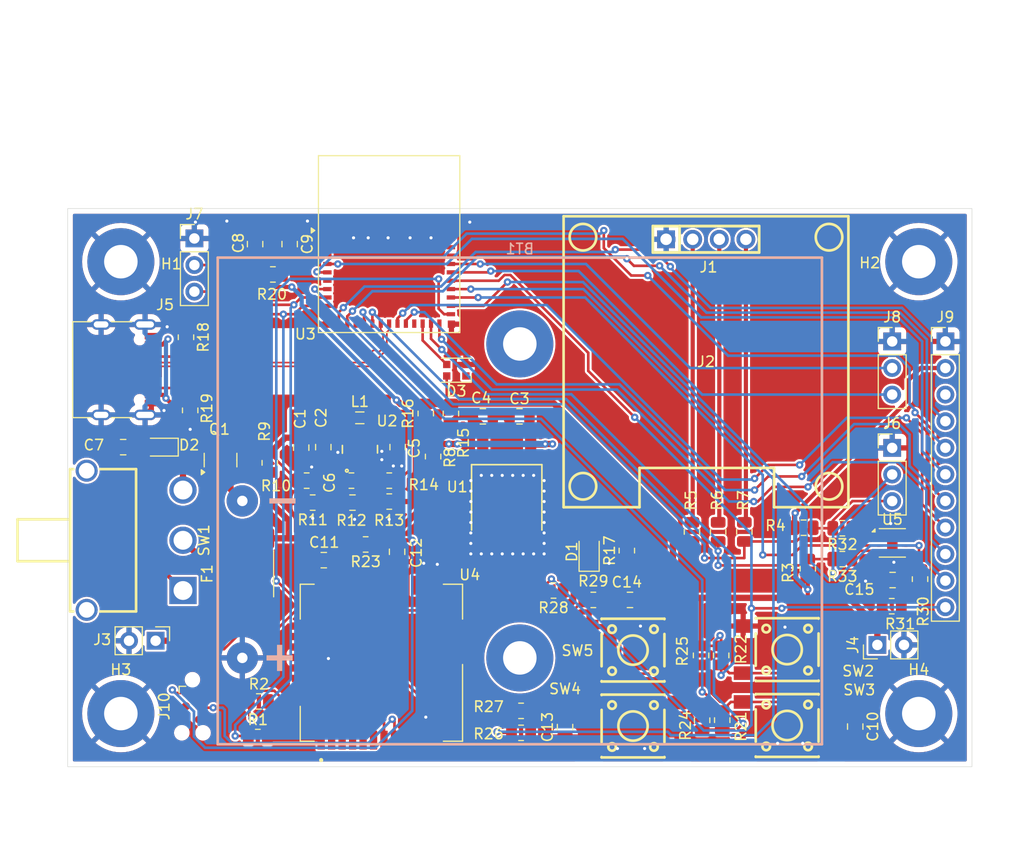
<source format=kicad_pcb>
(kicad_pcb (version 20240108) (generator "pcbnew") (generator_version "8.0")
  (layers (0 "F.Cu" signal) (1 "In1.Cu" signal) (2 "In2.Cu" signal) (31 "B.Cu" signal) (34 "B.Paste" user) (35 "F.Paste" user) (36 "B.SilkS" user "B.Silkscreen") (37 "F.SilkS" user "F.Silkscreen") (38 "B.Mask" user) (39 "F.Mask" user) (44 "Edge.Cuts" user))
  (net 0 "")
  (net 1 "GND")
  (net 2 "Net-(BT1-+)")
  (net 3 "Net-(U1-IN)")
  (net 4 "+3V3")
  (net 5 "Net-(D1-A)")
  (net 6 "/ESP32/EN")
  (net 7 "/LoRa/BOOT")
  (net 8 "Net-(U4-VDD)")
  (net 9 "Net-(J1-Pin_2)")
  (net 10 "Net-(J1-Pin_3)")
  (net 11 "Net-(J1-Pin_4)")
  (net 12 "/ESP32/USB_N")
  (net 13 "/ESP32/USB_P")
  (net 14 "Net-(Q1-S)")
  (net 15 "/ESP32/UART_TX")
  (net 16 "/LoRa/RX")
  (net 17 "/ESP32/UART_RX")
  (net 18 "/LoRa/TX")
  (net 19 "/SCL")
  (net 20 "/SDA")
  (net 21 "/ESP32/BOOT")
  (net 22 "/ESP32/RGB_LED")
  (net 23 "/~{SHT31_RST}")
  (net 24 "/SHT31_INT")
  (net 25 "+5V")
  (net 26 "/~{LORA_RST}")
  (net 27 "Net-(U1-OUT)")
  (net 28 "Net-(F1-Pad2)")
  (net 29 "Net-(U2-VIN)")
  (net 30 "Net-(U2-VOUT)")
  (net 31 "Net-(U2-VCC)")
  (net 32 "Net-(D2-A)")
  (net 33 "Net-(U3-3V3)")
  (net 34 "Net-(C13-Pad2)")
  (net 35 "Net-(C14-Pad2)")
  (net 36 "Net-(U5-VDD)")
  (net 38 "Net-(J3-Pin_1)")
  (net 39 "Net-(J5-CC2)")
  (net 40 "Net-(J5-CC1)")
  (net 43 "/ESP32/TX0")
  (net 44 "/ESP32/RX0")
  (net 45 "/ESP32/SPARE_3")
  (net 46 "/ESP32/SPARE_6")
  (net 47 "/ESP32/SPARE_4")
  (net 48 "/ESP32/SPARE_7")
  (net 49 "/ESP32/SPARE_1")
  (net 50 "/ESP32/SPARE_2")
  (net 51 "/ESP32/SPARE_0")
  (net 53 "/ESP32/SPARE_5")
  (net 54 "Net-(U2-SW1)")
  (net 55 "Net-(U2-SW2)")
  (net 56 "Net-(U2-EN)")
  (net 57 "Net-(U2-MODE{slash}SYNC)")
  (net 58 "Net-(U2-PG)")
  (net 59 "Net-(U2-FB)")
  (net 60 "/ESP32/PB0")
  (net 61 "Net-(U5-SDA)")
  (net 62 "Net-(U5-SCL)")
  (net 74 "/LoRa/SWDIO")
  (net 92 "/LoRa/SWCLK")
  (footprint "Connector_PinHeader_2.54mm:PinHeader_1x03_P2.54mm_Vertical" (layer "F.Cu") (at 78.74 12.7)
    (property "Reference" "J8")
    (property "Value" "1x3 2.54mm male")
  )
  (footprint "Resistor_SMD:R_0805_2012Metric" (layer "F.Cu") (at 11.3 12.3 -90)
    (property "Reference" "R18")
    (property "Value" "5k1")
  )
  (footprint "Resistor_SMD:R_0805_2012Metric" (layer "F.Cu") (at 60.49 42.7 90)
    (property "Reference" "R25")
    (property "Value" "10k")
  )
  (footprint "LED_SMD:LED_0805_2012Metric_Pad1.15x1.40mm_HandSolder" (layer "F.Cu") (at 49.8 32.8 90)
    (property "Reference" "D1")
    (property "Value" "Green")
  )
  (footprint "Capacitor_SMD:C_0805_2012Metric" (layer "F.Cu") (at 31.5125 22.8 90)
    (property "Reference" "C5")
    (property "Value" "47u")
  )
  (footprint "Local:SW-SMD_4P-L6.0-W6.0-P4.50-LS9.2" (layer "F.Cu") (at 53.99 49.45 180)
    (property "Reference" "SW4")
    (property "Value" "SW_Push")
  )
  (footprint "Resistor_SMD:R_0805_2012Metric" (layer "F.Cu") (at 34.2 19.5875 -90)
    (property "Reference" "R16")
    (property "Value" "0")
  )
  (footprint "Resistor_SMD:R_0805_2012Metric" (layer "F.Cu") (at 43.3 48 180)
    (property "Reference" "R27")
    (property "Value" "0")
  )
  (footprint "Resistor_SMD:R_0805_2012Metric" (layer "F.Cu") (at 18.26 47.1)
    (property "Reference" "R2")
    (property "Value" "0")
  )
  (footprint "Connector_PinHeader_2.54mm:PinHeader_1x02_P2.54mm_Vertical" (layer "F.Cu") (at 77.325 41.7 90)
    (property "Reference" "J4")
    (property "Value" "1x2 2.54mm male")
  )
  (footprint "Resistor_SMD:R_0805_2012Metric" (layer "F.Cu") (at 28.46 32.1 180)
    (property "Reference" "R23")
    (property "Value" "0")
  )
  (footprint "Connector_PinHeader_2.54mm:PinHeader_1x03_P2.54mm_Vertical" (layer "F.Cu") (at 12.1 2.86)
    (property "Reference" "J7")
    (property "Value" "1x3 2.54mm male")
  )
  (footprint "Local:SW-SMD_4P-L6.0-W6.0-P4.50-LS9.2" (layer "F.Cu") (at 68.71 49.4 180)
    (property "Reference" "SW3")
    (property "Value" "SW_Push")
  )
  (footprint "Capacitor_SMD:C_0805_2012Metric" (layer "F.Cu") (at 24.46 33.6 180)
    (property "Reference" "C11")
    (property "Value" "100n")
  )
  (footprint "LED_SMD:LED_WS2812B-2020_PLCC4_2.0x2.0mm" (layer "F.Cu") (at 37.115 15.45 180)
    (property "Reference" "D3")
    (property "Value" "WS2812B-2020")
  )
  (footprint "Capacitor_SMD:C_0805_2012Metric" (layer "F.Cu") (at 22.3 22.85 90)
    (property "Reference" "C1")
    (property "Value" "100n")
  )
  (footprint "Capacitor_SMD:C_0805_2012Metric" (layer "F.Cu") (at 31.46 32.8 90)
    (property "Reference" "C12")
    (property "Value" "10u")
  )
  (footprint "Fuse:Fuse_2920_7451Metric" (layer "F.Cu") (at 17 34.9 90)
    (property "Reference" "F1")
    (property "Value" "5A")
  )
  (footprint "Resistor_SMD:R_0805_2012Metric" (layer "F.Cu") (at 30.7125 28)
    (property "Reference" "R14")
    (property "Value" "100k")
  )
  (footprint "Capacitor_SMD:C_0805_2012Metric" (layer "F.Cu") (at 24.4125 22.8 90)
    (property "Reference" "C2")
    (property "Value" "47u")
  )
  (footprint "MountingHole:MountingHole_3.2mm_M3_Pad" (layer "F.Cu") (at 81.28 5.08)
    (property "Reference" "H2")
    (property "Value" "M3 hole")
  )
  (footprint "Capacitor_SMD:C_0805_2012Metric" (layer "F.Cu") (at 21.2 3.4 -90)
    (property "Reference" "C9")
    (property "Value" "100n")
  )
  (footprint "Capacitor_SMD:C_0805_2012Metric" (layer "F.Cu") (at 47.5 49.55 90)
    (property "Reference" "C13")
    (property "Value" "100n")
  )
  (footprint "MountingHole:MountingHole_3.2mm_M3_Pad" (layer "F.Cu") (at 81.28 48.26)
    (property "Reference" "H4")
    (property "Value" "M3 hole")
  )
  (footprint "Resistor_SMD:R_0805_2012Metric" (layer "F.Cu") (at 19.3 24.3 -90)
    (property "Reference" "R9")
    (property "Value" "0")
  )
  (footprint "Resistor_SMD:R_0805_2012Metric" (layer "F.Cu") (at 73.98 33.5 180)
    (property "Reference" "R33")
    (property "Value" "0")
  )
  (footprint "Capacitor_SMD:C_0805_2012Metric" (layer "F.Cu") (at 75.21 49.5 -90)
    (property "Reference" "C10")
    (property "Value" "1u")
  )
  (footprint "Resistor_SMD:R_0805_2012Metric" (layer "F.Cu") (at 36.6 19.5875 -90)
    (property "Reference" "R15")
    (property "Value" "0")
  )
  (footprint "Resistor_SMD:R_0805_2012Metric" (layer "F.Cu") (at 70.28 30.5 180)
    (property "Reference" "R4")
    (property "Value" "10k")
  )
  (footprint "Resistor_SMD:R_0805_2012Metric" (layer "F.Cu") (at 30.7125 26 180)
    (property "Reference" "R13")
    (property "Value" "560k")
  )
  (footprint "Resistor_SMD:R_0805_2012Metric" (layer "F.Cu") (at 18.16 50.5)
    (property "Reference" "R1")
    (property "Value" "0")
  )
  (footprint "Inductor_SMD:L_0805_2012Metric" (layer "F.Cu") (at 27.9 20)
    (property "Reference" "L1")
    (property "Value" "1u")
  )
  (footprint "Local:XCVR_RAK3172-8-SM-NI" (layer "F.Cu") (at 29.96 43.4 180)
    (property "Reference" "U4")
    (property "Value" "RAK3172-T-8-SM-I/RAK3172-T-9-SM-I")
  )
  (footprint "Connector_PinHeader_2.54mm:PinHeader_1x02_P2.54mm_Vertical" (layer "F.Cu") (at 8.4 41.3 -90)
    (property "Reference" "J3")
    (property "Value" "1x2 2.54mm male")
  )
  (footprint "Local:SW-TH_K3-1391B-51" (layer "F.Cu") (at 6.4135 31.7 -90)
    (property "Reference" "SW1")
    (property "Value" "SPDT 5A")
  )
  (footprint "Local:SW-SMD_4P-L6.0-W6.0-P4.50-LS9.2" (layer "F.Cu") (at 53.99 42.1965)
    (property "Reference" "SW5")
    (property "Value" "SW_Push")
  )
  (footprint "MountingHole:MountingHole_3.2mm_M3_Pad" (layer "F.Cu") (at 5.08 5.08)
    (property "Reference" "H1")
    (property "Value" "M3 hole")
  )
  (footprint "Capacitor_SMD:C_0805_2012Metric" (layer "F.Cu") (at 53.7 37.4 180)
    (property "Reference" "C14")
    (property "Value" "100n")
  )
  (footprint "Capacitor_SMD:C_0805_2012Metric" (layer "F.Cu") (at 27.2 28.1)
    (property "Reference" "C6")
    (property "Value" "1u")
  )
  (footprint "Connector_PinHeader_2.54mm:PinHeader_1x11_P2.54mm_Vertical" (layer "F.Cu") (at 83.82 12.7)
    (property "Reference" "J9")
    (property "Value" "1x11 2.54mm male")
  )
  (footprint "Diode_SMD:D_SOD-323" (layer "F.Cu") (at 8.95 22.8 180)
    (property "Reference" "D2")
    (property "Value" "B5819WS")
  )
  (footprint "Resistor_SMD:R_0805_2012Metric" (layer "F.Cu") (at 27.1 26 180)
    (property "Reference" "R12")
    (property "Value" "100k")
  )
  (footprint "Resistor_SMD:R_0805_2012Metric" (layer "F.Cu") (at 62.41 42.7 90)
    (property "Reference" "R22")
    (property "Value" "10k")
  )
  (footprint "Capacitor_SMD:C_0805_2012Metric" (layer "F.Cu") (at 17.9 3.4 -90)
    (property "Reference" "C8")
    (property "Value" "10u")
  )
  (footprint "Sensor_Humidity:Sensirion_DFN-8-1EP_2.5x2.5mm_P0.5mm_EP1.1x1.7mm" (layer "F.Cu") (at 78.755 31.95)
    (property "Reference" "U5")
    (property "Value" "SHT31-DIS")
  )
  (footprint "Resistor_SMD:R_0805_2012Metric" (layer "F.Cu") (at 59.62 30.9 90)
    (property "Reference" "R5")
    (property "Value" "0")
  )
  (footprint "Resistor_SMD:R_0805_2012Metric" (layer "F.Cu") (at 11.7 19.2875 90)
    (property "Reference" "R19")
    (property "Value" "5k1")
  )
  (footprint "Resistor_SMD:R_0805_2012Metric" (layer "F.Cu") (at 64.62 30.9 90)
    (property "Reference" "R7")
    (property "Value" "0")
  )
  (footprint "Connector:Tag-Connect_TC2030-IDC-NL_2x03_P1.27mm_Vertical" (layer "F.Cu") (at 11.916 47.56 -90)
    (property "Reference" "J10")
    (property "Value" "Conn_ARM_SWD_TagConnect_TC2030-NL")
  )
  (footprint "Resistor_SMD:R_0805_2012Metric" (layer "F.Cu") (at 34.9 23.7 90)
    (property "Reference" "R8")
    (property "Value" "0")
  )
  (footprint "Connector_USB:USB_C_Receptacle_G-Switch_GT-USB-7010ASV" (layer "F.Cu") (at 4.265 15.4 -90)
    (property "Reference" "J5")
    (property "Value" "USB_C_Receptacle_USB2.0_16P")
  )
  (footprint "Resistor_SMD:R_0805_2012Metric" (layer "F.Cu") (at 53.4 32.6875 90)
    (property "Reference" "R17")
    (property "Value" "1k2")
  )
  (footprint "Resistor_SMD:R_0805_2012Metric" (layer "F.Cu") (at 62.12 30.9 90)
    (property "Reference" "R6")
    (property "Value" "0")
  )
  (footprint "MountingHole:MountingHole_3.2mm_M3_Pad" (layer "F.Cu") (at 5.08 48.26)
    (property "Reference" "H3")
    (property "Value" "M3 hole")
  )
  (footprint "Resistor_SMD:R_0805_2012Metric" (layer "F.Cu") (at 46.4 36.5 180)
    (property "Reference" "R28")
    (property "Value" "0")
  )
  (footprint "Resistor_SMD:R_0805_2012Metric" (layer "F.Cu") (at 62.51 48.8875 -90)
    (property "Reference" "R21")
    (property "Value" "10k")
  )
  (footprint "Resistor_SMD:R_0805_2012Metric" (layer "F.Cu") (at 43.3 50.1 180)
    (property "Reference" "R26")
    (property "Value" "0")
  )
  (footprint "Resistor_SMD:R_0805_2012Metric" (layer "F.Cu") (at 73.98 30.55 180)
    (property "Reference" "R32")
    (property "Value" "0")
  )
  (footprint "Local:OLED-TH_L27.8-W27.2-P2.54_C9900033791" (layer "F.Cu") (at 60.96 2.94)
    (property "Reference" "J2")
    (property "Value" "OLED 0.96in SSD1315")
  )
  (footprint "Package_TO_SOT_SMD:SOT-23" (layer "F.Cu") (at 14.6 24.0375 90)
    (property "Reference" "Q1")
    (property "Value" "3415")
  )
  (footprint "Local:QFN-11_MP28164_MNP" (layer "F.Cu") (at 27.9125 23.000001 90)
    (property "Reference" "U2")
    (property "Value" "MP28164")
  )
  (footprint "Resistor_SMD:R_0805_2012Metric" (layer "F.Cu") (at 70.68 34.4125 -90)
    (property "Reference" "R3")
    (property "Value" "10k")
  )
  (footprint "Capacitor_SMD:C_0805_2012Metric" (layer "F.Cu") (at 39.65 19.86 180)
    (property "Reference" "C4")
    (property "Value" "10u")
  )
  (footprint "Resistor_SMD:R_0805_2012Metric" (layer "F.Cu") (at 81.4 35.4125 -90)
    (property "Reference" "R30")
    (property "Value" "10k")
  )
  (footprint "Resistor_SMD:R_0805_2012Metric" (layer "F.Cu") (at 19.6 6.3)
    (property "Reference" "R20")
    (property "Value" "0")
  )
  (footprint "Capacitor_SMD:C_0805_2012Metric" (layer "F.Cu") (at 5.3 22.8 180)
    (property "Reference" "C7")
    (property "Value" "1u")
  )
  (footprint "Capacitor_SMD:C_0805_2012Metric" (layer "F.Cu") (at 78.78 35.5)
    (property "Reference" "C15")
    (property "Value" "100n")
  )
  (footprint "Resistor_SMD:R_0805_2012Metric" (layer "F.Cu") (at 22.825 26)
    (property "Reference" "R10")
    (property "Value" "100k")
  )
  (footprint "Resistor_SMD:R_0805_2012Metric" (layer "F.Cu") (at 50.2 37.4 180)
    (property "Reference" "R29")
    (property "Value" "0")
  )
  (footprint "Resistor_SMD:R_0805_2012Metric" (layer "F.Cu") (at 60.59 48.9 -90)
    (property "Reference" "R24")
    (property "Value" "10k")
  )
  (footprint "Local:HDR-TH_4P-P2.54-V-M" (layer "F.Cu") (at 60.96 2.94)
    (property "Reference" "J1")
    (property "Value" "1x4 2.54mm male")
  )
  (footprint "Connector_PinHeader_2.54mm:PinHeader_1x03_P2.54mm_Vertical" (layer "F.Cu") (at 78.74 22.875)
    (property "Reference" "J6")
    (property "Value" "1x3 2.54mm male")
  )
  (footprint "Capacitor_SMD:C_0805_2012Metric" (layer "F.Cu") (at 43.15 19.86)
    (property "Reference" "C3")
    (property "Value" "10u")
  )
  (footprint "Resistor_SMD:R_0805_2012Metric" (layer "F.Cu") (at 78.7 38)
    (property "Reference" "R31")
    (property "Value" "0")
  )
  (footprint "Resistor_SMD:R_0805_2012Metric" (layer "F.Cu") (at 23.4 28.1 180)
    (property "Reference" "R11")
    (property "Value" "100k")
  )
  (footprint "Local:DPAK-3_L6.6-W6.1-P2.28-LS9.9-BR" (layer "F.Cu") (at 41.93 25.8275 90)
    (property "Reference" "U1")
    (property "Value" "AP7363-33D-13")
  )
  (footprint "Local:SW-SMD_4P-L6.0-W6.0-P4.50-LS9.2" (layer "F.Cu") (at 68.71 42.1465)
    (property "Reference" "SW2")
    (property "Value" "SW_Push")
  )
  (footprint "RF_Module:ESP32-C6-MINI-1" (layer "F.Cu") (at 30.7 6.1)
    (property "Reference" "U3")
    (property "Value" "ESP32-C6-MINI-1")
  )
  (footprint "Local:BAT-TH_BH-AA-A1AJ029" (layer "B.Cu") (at 16.68 35.44 180)
    (property "Reference" "BT1")
    (property "Value" "3xAA holder")
  )
  (gr_rect (start 0 0) (end 86.36 53.34) (stroke (width 0.05)) (fill none) (layer "Edge.Cuts"))
  (segment (start 8.5 18.6) (end 9.2 19.3) (width 0.4) (layer "F.Cu") (net 1))
  (segment (start 25.21 36) (end 25.21 33.8) (width 0.4) (layer "F.Cu") (net 1))
  (segment (start 78.755 31.95) (end 78.755 33.655) (width 0.6) (layer "F.Cu") (net 1))
  (segment (start 7.99 18.6) (end 8.5 18.6) (width 0.4) (layer "F.Cu") (net 1))
  (segment (start 40.6 19.86) (end 42.2 19.86) (width 0.6) (layer "F.Cu") (net 1))
  (segment (start 7.99 18.6) (end 7.99 19.12) (width 0.4) (layer "F.Cu") (net 1))
  (segment (start 7.99 12.2) (end 8.6 12.2) (width 0.4) (layer "F.Cu") (net 1))
  (segment (start 25.21 33.8) (end 25.41 33.6) (width 0.4) (layer "F.Cu") (net 1))
  (segment (start 9.5875 11.3875) (end 9.5 11.3) (width 0.25) (layer "F.Cu") (net 1))
  (segment (start 78.755 31.95) (end 78.755 30.255) (width 0.6) (layer "F.Cu") (net 1))
  (segment (start 11.7 20.2) (end 11.7 21.1) (width 0.25) (layer "F.Cu") (net 1))
  (segment (start 78.755 30.255) (end 78.6 30.1) (width 0.6) (layer "F.Cu") (net 1))
  (segment (start 41.93 20.13) (end 42.2 19.86) (width 0.6) (layer "F.Cu") (net 1))
  (segment (start 8.6 12.2) (end 9.5 11.3) (width 0.4) (layer "F.Cu") (net 1))
  (segment (start 78.755 33.655) (end 78.9 33.8) (width 0.6) (layer "F.Cu") (net 1))
  (segment (start 7.99 19.12) (end 7.39 19.72) (width 0.4) (layer "F.Cu") (net 1))
  (segment (start 11.3 11.3875) (end 9.5875 11.3875) (width 0.25) (layer "F.Cu") (net 1))
  (via (at 38.5 30) (size 0.7) (drill 0.3) (layers "F.Cu" "B.Cu") (net 1))
  (via (at 41.5 33) (size 0.7) (drill 0.3) (layers "F.Cu" "B.Cu") (net 1))
  (via (at 30.7 29.7) (size 0.7) (drill 0.3) (layers "F.Cu" "B.Cu") (net 1))
  (via (at 31.1 24.6) (size 0.7) (drill 0.3) (layers "F.Cu" "B.Cu") (net 1))
  (via (at 45.5 27) (size 0.7) (drill 0.3) (layers "F.Cu" "B.Cu") (net 1))
  (via (at 38.4 1.3) (size 0.7) (drill 0.3) (layers "F.Cu" "B.Cu") (net 1))
  (via (at 24.9 43) (size 0.7) (drill 0.3) (layers "F.Cu" "B.Cu") (net 1))
  (via (at 45.5 30) (size 0.7) (drill 0.3) (layers "F.Cu" "B.Cu") (net 1))
  (via (at 70.2 51.1) (size 0.7) (drill 0.3) (layers "F.Cu" "B.Cu") (net 1))
  (via (at 38.5 31) (size 0.7) (drill 0.3) (layers "F.Cu" "B.Cu") (net 1))
  (via (at 51.7 33.9) (size 0.7) (drill 0.3) (layers "F.Cu" "B.Cu") (net 1))
  (via (at 40.5 25.5) (size 0.7) (drill 0.3) (layers "F.Cu" "B.Cu") (net 1))
  (via (at 38.5 27) (size 0.7) (drill 0.3) (layers "F.Cu" "B.Cu") (net 1))
  (via (at 15.2 1.2) (size 0.7) (drill 0.3) (layers "F.Cu" "B.Cu") (net 1))
  (via (at 38.5 33) (size 0.7) (drill 0.3) (layers "F.Cu" "B.Cu") (net 1))
  (via (at 52.5 51.6) (size 0.7) (drill 0.3) (layers "F.Cu" "B.Cu") (net 1))
  (via (at 76.2 35.6) (size 0.7) (drill 0.3) (layers "F.Cu" "B.Cu") (net 1))
  (via (at 43.5 25.5) (size 0.7) (drill 0.3) (layers "F.Cu" "B.Cu") (net 1))
  (via (at 22.9 1.2) (size 0.7) (drill 0.3) (layers "F.Cu" "B.Cu") (net 1))
  (via (at 11.7 21.1) (size 0.7) (drill 0.3) (layers "F.Cu" "B.Cu") (net 1))
  (via (at 9.5 11.3) (size 0.7) (drill 0.3) (layers "F.Cu" "B.Cu") (net 1))
  (via (at 44.5 33) (size 0.7) (drill 0.3) (layers "F.Cu" "B.Cu") (net 1))
  (via (at 27.3 2.8) (size 0.7) (drill 0.3) (layers "F.Cu" "B.Cu") (net 1))
  (via (at 39.5 25.5) (size 0.7) (drill 0.3) (layers "F.Cu" "B.Cu") (net 1))
  (via (at 38.5 29) (size 0.7) (drill 0.3) (layers "F.Cu" "B.Cu") (net 1))
  (via (at 42.5 33) (size 0.7) (drill 0.3) (layers "F.Cu" "B.Cu") (net 1))
  (via (at 31.9 24.6) (size 0.7) (drill 0.3) (layers "F.Cu" "B.Cu") (net 1))
  (via (at 34.7 2.8) (size 0.7) (drill 0.3) (layers "F.Cu" "B.Cu") (net 1))
  (via (at 45.5 33) (size 0.7) (drill 0.3) (layers "F.Cu" "B.Cu") (net 1))
  (via (at 12.2 1.3) (size 0.7) (drill 0.3) (layers "F.Cu" "B.Cu") (net 1))
  (via (at 30.6 2.8) (size 0.7) (drill 0.3) (layers "F.Cu" "B.Cu") (net 1))
  (via (at 34.2 48.6) (size 0.7) (drill 0.3) (layers "F.Cu" "B.Cu") (net 1))
  (via (at 42.5 25.5) (size 0.7) (drill 0.3) (layers "F.Cu" "B.Cu") (net 1))
  (via (at 30 23.2) (size 0.7) (drill 0.3) (layers "F.Cu" "B.Cu") (net 1))
  (via (at 45.5 28) (size 0.7) (drill 0.3) (layers "F.Cu" "B.Cu") (net 1))
  (via (at 54.7 39.9) (size 0.7) (drill 0.3) (layers "F.Cu" "B.Cu") (net 1))
  (via (at 27.4 29.7) (size 0.7) (drill 0.3) (layers "F.Cu" "B.Cu") (net 1))
  (via (at 25.8 23.3) (size 0.7) (drill 0.3) (layers "F.Cu" "B.Cu") (net 1))
  (via (at 34 33.9) (size 0.7) (drill 0.3) (layers "F.Cu" "B.Cu") (net 1))
  (via (at 41.5 25.5) (size 0.7) (drill 0.3) (layers "F.Cu" "B.Cu") (net 1))
  (via (at 40.5 33) (size 0.7) (drill 0.3) (layers "F.Cu" "B.Cu") (net 1))
  (via (at 45.5 29) (size 0.7) (drill 0.3) (layers "F.Cu" "B.Cu") (net 1))
  (via (at 78.9 33.8) (size 0.7) (drill 0.3) (layers "F.Cu" "B.Cu") (net 1))
  (via (at 38.5 28) (size 0.7) (drill 0.3) (layers "F.Cu" "B.Cu") (net 1))
  (via (at 45.5 26) (size 0.7) (drill 0.3) (layers "F.Cu" "B.Cu") (net 1))
  (via (at 68.5 40) (size 0.7) (drill 0.3) (layers "F.Cu" "B.Cu") (net 1))
  (via (at 30 24) (size 0.7) (drill 0.3) (layers "F.Cu" "B.Cu") (net 1))
  (via (at 23.3 24.7) (size 0.7) (drill 0.3) (layers "F.Cu" "B.Cu") (net 1))
  (via (at 9.2 19.3) (size 0.7) (drill 0.3) (layers "F.Cu" "B.Cu") (net 1))
  (via (at 35.3 34) (size 0.7) (drill 0.3) (layers "F.Cu" "B.Cu") (net 1))
  (via (at 45.5 32) (size 0.7) (drill 0.3) (layers "F.Cu" "B.Cu") (net 1))
  (via (at 45.5 31) (size 0.7) (drill 0.3) (layers "F.Cu" "B.Cu") (net 1))
  (via (at 55.1 51.6) (size 0.7) (drill 0.3) (layers "F.Cu" "B.Cu") (net 1))
  (via (at 39.5 33) (size 0.7) (drill 0.3) (layers "F.Cu" "B.Cu") (net 1))
  (via (at 32.7 2.8) (size 0.7) (drill 0.3) (layers "F.Cu" "B.Cu") (net 1))
  (via (at 67.8 51.1) (size 0.7) (drill 0.3) (layers "F.Cu" "B.Cu") (net 1))
  (via (at 78.6 30.1) (size 0.7) (drill 0.3) (layers "F.Cu" "B.Cu") (net 1))
  (via (at 38.5 32) (size 0.7) (drill 0.3) (layers "F.Cu" "B.Cu") (net 1))
  (via (at 28.7 2.8) (size 0.7) (drill 0.3) (layers "F.Cu" "B.Cu") (net 1))
  (via (at 23.4 29.6) (size 0.7) (drill 0.3) (layers "F.Cu" "B.Cu") (net 1))
  (via (at 44.5 25.5) (size 0.7) (drill 0.3) (layers "F.Cu" "B.Cu") (net 1))
  (via (at 38.5 26) (size 0.7) (drill 0.3) (layers "F.Cu" "B.Cu") (net 1))
  (via (at 43.5 33) (size 0.7) (drill 0.3) (layers "F.Cu" "B.Cu") (net 1))
  (segment (start 15.55 24.975) (end 15.55 26.81) (width 0.6) (layer "F.Cu") (net 2))
  (segment (start 15.55 26.81) (end 16.68 27.94) (width 0.6) (layer "F.Cu") (net 2))
  (segment (start 44.1 19.86) (end 44.1 22.45) (width 0.6) (layer "F.Cu") (net 3))
  (segment (start 37.2 22.5) (end 36.4 22.5) (width 0.6) (layer "F.Cu") (net 3))
  (segment (start 44.1 22.45) (end 44.21 22.56) (width 0.6) (layer "F.Cu") (net 3))
  (segment (start 36.4 22.5) (end 35.1875 22.5) (width 0.6) (layer "F.Cu") (net 3))
  (segment (start 45.6 22.5) (end 46.3 22.5) (width 0.6) (layer "F.Cu") (net 3))
  (segment (start 35.1875 22.5) (end 34.9 22.7875) (width 0.6) (layer "F.Cu") (net 3))
  (segment (start 45.54 22.56) (end 45.6 22.5) (width 0.6) (layer "F.Cu") (net 3))
  (segment (start 44.21 22.56) (end 45.54 22.56) (width 0.6) (layer "F.Cu") (net 3))
  (via (at 46.3 22.5) (size 0.7) (drill 0.3) (layers "F.Cu" "B.Cu") (net 3))
  (via (at 37.2 22.5) (size 0.7) (drill 0.3) (layers "F.Cu" "B.Cu") (net 3))
  (via (at 45.6 22.5) (size 0.7) (drill 0.3) (layers "F.Cu" "B.Cu") (net 3))
  (via (at 36.4 22.5) (size 0.7) (drill 0.3) (layers "F.Cu" "B.Cu") (net 3))
  (segment (start 38.3 22.5) (end 37.2 22.5) (width 0.6) (layer "B.Cu") (net 3))
  (segment (start 45.6 22.5) (end 38.3 22.5) (width 0.6) (layer "B.Cu") (net 3))
  (segment (start 36.6 18.675) (end 36.64 18.635) (width 0.6) (layer "F.Cu") (net 4))
  (segment (start 60.3 37.2) (end 74.6 37.2) (width 0.6) (layer "F.Cu") (net 4))
  (segment (start 10.29 46.29) (end 10 46) (width 0.25) (layer "F.Cu") (net 4))
  (segment (start 62.41 40.91) (end 62.3 40.8) (width 0.25) (layer "F.Cu") (net 4))
  (segment (start 53.4 33.6) (end 57.7 33.6) (width 0.25) (layer "F.Cu") (net 4))
  (segment (start 62.51 49.8) (end 60.5225 49.8) (width 0.25) (layer "F.Cu") (net 4))
  (segment (start 63.9 49.8) (end 64.5 49.2) (width 0.25) (layer "F.Cu") (net 4))
  (segment (start 31.21 32.1) (end 31.46 31.85) (width 0.4) (layer "F.Cu") (net 4))
  (segment (start 70.68 36.4) (end 70.68 37.1) (width 0.4) (layer "F.Cu") (net 4))
  (segment (start 83.82 15.24) (end 81.46 15.24) (width 0.4) (layer "F.Cu") (net 4))
  (segment (start 62.2 50.11) (end 62.51 49.8) (width 0.25) (layer "F.Cu") (net 4))
  (segment (start 18.6875 6.3) (end 19.8875 7.5) (width 0.4) (layer "F.Cu") (net 4))
  (segment (start 62.41 41.7875) (end 60.41 41.7875) (width 0.25) (layer "F.Cu") (net 4))
  (segment (start 32.9 31.7) (end 31.61 31.7) (width 0.4) (layer "F.Cu") (net 4))
  (segment (start 78.8125 39.025) (end 81.075 39.025) (width 0.25) (layer "F.Cu") (net 4))
  (segment (start 18.6875 6.3) (end 18.6875 5.1375) (width 0.4) (layer "F.Cu") (net 4))
  (segment (start 19.8875 7.5) (end 21.4 7.5) (width 0.4) (layer "F.Cu") (net 4))
  (segment (start 69.3675 29.2125) (end 69.48 29.1) (width 0.4) (layer "F.Cu") (net 4))
  (segment (start 34.2 18.675) (end 36.6 18.675) (width 0.6) (layer "F.Cu") (net 4))
  (segment (start 34.2 18.675) (end 31.775 18.675) (width 0.6) (layer "F.Cu") (net 4))
  (segment (start 60.41 41.7875) (end 60.41 37.31) (width 0.25) (layer "F.Cu") (net 4))
  (segment (start 31.775 18.675) (end 31.4 18.3) (width 0.6) (layer "F.Cu") (net 4))
  (segment (start 57.8 33.7) (end 57.8 35.3) (width 0.6) (layer "F.Cu") (net 4))
  (segment (start 70.68 35.325) (end 70.68 36.4) (width 0.4) (layer "F.Cu") (net 4))
  (segment (start 74.6 37.2) (end 76.6 39.2) (width 0.6) (layer "F.Cu") (net 4))
  (segment (start 36.2 18.275) (end 36.6 18.675) (width 0.25) (layer "F.Cu") (net 4))
  (segment (start 18.6875 5.1375) (end 17.9 4.35) (width 0.4) (layer "F.Cu") (net 4))
  (segment (start 60.41 37.31) (end 60.3 37.2) (width 0.25) (layer "F.Cu") (net 4))
  (segment (start 36.64 18.635) (end 46.4425 18.635) (width 0.6) (layer "F.Cu") (net 4))
  (segment (start 46.4425 18.635) (end 57.8 29.9925) (width 0.6) (layer "F.Cu") (net 4))
  (segment (start 60.5225 49.8) (end 60.51 49.8125) (width 0.25) (layer "F.Cu") (net 4))
  (segment (start 77.7875 38.0125) (end 76.6 39.2) (width 0.25) (layer "F.Cu") (net 4))
  (segment (start 77.7875 38) (end 78.8125 39.025) (width 0.25) (layer "F.Cu") (net 4))
  (segment (start 80.3 16.4) (end 80.3 18.28) (width 0.4) (layer "F.Cu") (net 4))
  (segment (start 29.3725 32.1) (end 31.21 32.1) (width 0.4) (layer "F.Cu") (net 4))
  (segment (start 57.8 29.9925) (end 57.8 32.1) (width 0.6) (layer "F.Cu") (net 4))
  (segment (start 57.8 35.3) (end 59.7 37.2) (width 0.6) (layer "F.Cu") (net 4))
  (segment (start 62.51 49.8) (end 63.9 49.8) (width 0.25) (layer "F.Cu") (net 4))
  (segment (start 58.0875 31.8125) (end 57.8 32.1) (width 0.25) (layer "F.Cu") (net 4))
  (segment (start 62.41 41.7875) (end 62.41 40.91) (width 0.25) (layer "F.Cu") (net 4))
  (segment (start 11.281 46.29) (end 10.29 46.29) (width 0.25) (layer "F.Cu") (net 4))
  (segment (start 77.7875 38) (end 77.7875 38.0125) (width 0.25) (layer "F.Cu") (net 4))
  (segment (start 81.46 15.24) (end 80.3 16.4) (width 0.4) (layer "F.Cu") (net 4))
  (segment (start 31.61 31.7) (end 31.46 31.85) (width 0.4) (layer "F.Cu") (net 4))
  (segment (start 36.2 16) (end 36.2 18.275) (width 0.25) (layer "F.Cu") (net 4))
  (segment (start 57.8 32.1) (end 57.8 33.7) (width 0.6) (layer "F.Cu") (net 4))
  (segment (start 80.3 18.28) (end 69.48 29.1) (width 0.4) (layer "F.Cu") (net 4))
  (segment (start 59.62 31.8125) (end 58.0875 31.8125) (width 0.25) (layer "F.Cu") (net 4))
  (segment (start 70.68 37.1) (end 70.58 37.2) (width 0.4) (layer "F.Cu") (net 4))
  (segment (start 81.4 38.7) (end 81.4 36.325) (width 0.25) (layer "F.Cu") (net 4))
  (segment (start 76.6 39.2) (end 77.325 39.925) (width 0.6) (layer "F.Cu") (net 4))
  (segment (start 81.075 39.025) (end 81.4 38.7) (width 0.25) (layer "F.Cu") (net 4))
  (segment (start 59.7 37.2) (end 60.3 37.2) (width 0.6) (layer "F.Cu") (net 4))
  (segment (start 69.3675 30.5) (end 69.3675 29.2125) (width 0.4) (layer "F.Cu") (net 4))
  (segment (start 77.325 39.925) (end 77.325 41.7) (width 0.6) (layer "F.Cu") (net 4))
  (segment (start 57.7 33.6) (end 57.8 33.7) (width 0.25) (layer "F.Cu") (net 4))
  (via (at 69.48 29.1) (size 0.7) (drill 0.3) (layers "F.Cu" "B.Cu") (net 4))
  (via (at 32.9 31.7) (size 0.7) (drill 0.3) (layers "F.Cu" "B.Cu") (net 4))
  (via (at 21.4 7.5) (size 0.7) (drill 0.3) (layers "F.Cu" "B.Cu") (net 4))
  (via (at 70.68 36.4) (size 0.7) (drill 0.3) (layers "F.Cu" "B.Cu") (net 4))
  (via (at 10 46) (size 0.7) (drill 0.3) (layers "F.Cu" "B.Cu") (net 4))
  (via (at 31.4 18.3) (size 0.7) (drill 0.3) (layers "F.Cu" "B.Cu") (net 4))
  (via (at 62.3 40.8) (size 0.7) (drill 0.3) (layers "F.Cu" "B.Cu") (net 4))
  (via (at 64.5 49.2) (size 0.7) (drill 0.3) (layers "F.Cu" "B.Cu") (net 4))
  (segment (start 13.12621 51.525) (end 29.375 51.525) (width 0.25) (layer "B.Cu") (net 4))
  (segment (start 31.4 18.3) (end 32.65 19.55) (width 0.4) (layer "B.Cu") (net 4))
  (segment (start 64.5 49.2) (end 61.725 46.425) (width 0.25) (layer "B.Cu") (net 4))
  (segment (start 61.725 41.375) (end 62.3 40.8) (width 0.25) (layer "B.Cu") (net 4))
  (segment (start 32.65 19.55) (end 32.65 31.45) (width 0.4) (layer "B.Cu") (net 4))
  (segment (start 32.65 31.45) (end 32.9 31.7) (width 0.4) (layer "B.Cu") (net 4))
  (segment (start 32.9 48) (end 32.9 31.7) (width 0.25) (layer "B.Cu") (net 4))
  (segment (start 69.48 29.1) (end 69.48 35.2) (width 0.4) (layer "B.Cu") (net 4))
  (segment (start 12.0617 48.0617) (end 12.0617 50.46049) (width 0.25) (layer "B.Cu") (net 4))
  (segment (start 22.35 8.45) (end 22.35 9.25) (width 0.4) (layer "B.Cu") (net 4))
  (segment (start 69.48 35.2) (end 70.68 36.4) (width 0.4) (layer "B.Cu") (net 4))
  (segment (start 10 46) (end 12.0617 48.0617) (width 0.25) (layer "B.Cu") (net 4))
  (segment (start 29.375 51.525) (end 32.9 48) (width 0.25) (layer "B.Cu") (net 4))
  (segment (start 22.35 9.25) (end 31.4 18.3) (width 0.4) (layer "B.Cu") (net 4))
  (segment (start 12.0617 50.46049) (end 13.12621 51.525) (width 0.25) (layer "B.Cu") (net 4))
  (segment (start 61.725 46.425) (end 61.725 41.375) (width 0.25) (layer "B.Cu") (net 4))
  (segment (start 21.4 7.5) (end 22.35 8.45) (width 0.4) (layer "B.Cu") (net 4))
  (segment (start 49.8 31.775) (end 53.4 31.775) (width 0.25) (layer "F.Cu") (net 5))
  (segment (start 24.8 7.7) (end 23.6 7.7) (width 0.25) (layer "F.Cu") (net 6))
  (segment (start 60.735 46.2) (end 62.51 47.975) (width 0.25) (layer "F.Cu") (net 6))
  (segment (start 60.6 46.2) (end 60.735 46.2) (width 0.25) (layer "F.Cu") (net 6))
  (segment (start 64.51 47.15) (end 63.335 47.15) (width 0.25) (layer "F.Cu") (net 6))
  (segment (start 75.21 48.55) (end 74.31 48.55) (width 0.25) (layer "F.Cu") (net 6))
  (segment (start 74.31 48.55) (end 72.91 47.15) (width 0.25) (layer "F.Cu") (net 6))
  (segment (start 63.335 47.15) (end 62.51 47.975) (width 0.25) (layer "F.Cu") (net 6))
  (segment (start 64.51 47.15) (end 72.91 47.15) (width 0.25) (layer "F.Cu") (net 6))
  (via (at 60.6 46.2) (size 0.7) (drill 0.3) (layers "F.Cu" "B.Cu") (net 6))
  (via (at 23.6 7.7) (size 0.7) (drill 0.3) (layers "F.Cu" "B.Cu") (net 6))
  (segment (start 60.6 46.2) (end 60.6 35.5) (width 0.25) (layer "B.Cu") (net 6))
  (segment (start 45.2 20.1) (end 36 20.1) (width 0.25) (layer "B.Cu") (net 6))
  (segment (start 36 20.1) (end 23.6 7.7) (width 0.25) (layer "B.Cu") (net 6))
  (segment (start 60.6 35.5) (end 45.2 20.1) (width 0.25) (layer "B.Cu") (net 6))
  (segment (start 28.46 38.4) (end 48.2875 38.4) (width 0.25) (layer "F.Cu") (net 7))
  (segment (start 27.21 36) (end 27.21 37.15) (width 0.25) (layer "F.Cu") (net 7))
  (segment (start 27.21 37.15) (end 28.46 38.4) (width 0.25) (layer "F.Cu") (net 7))
  (segment (start 48.2875 38.4) (end 49.2875 37.4) (width 0.25) (layer "F.Cu") (net 7))
  (segment (start 24.21 36) (end 24.21 34.3) (width 0.4) (layer "F.Cu") (net 8))
  (segment (start 23.51 33.6) (end 25.01 32.1) (width 0.4) (layer "F.Cu") (net 8))
  (segment (start 25.01 32.1) (end 27.5475 32.1) (width 0.4) (layer "F.Cu") (net 8))
  (segment (start 24.21 34.3) (end 23.51 33.6) (width 0.4) (layer "F.Cu") (net 8))
  (segment (start 59.69 2.94) (end 59.69 29.9175) (width 0.4) (layer "F.Cu") (net 9))
  (segment (start 59.69 29.9175) (end 59.62 29.9875) (width 0.4) (layer "F.Cu") (net 9))
  (segment (start 62.23 2.94) (end 62.23 29.8775) (width 0.4) (layer "F.Cu") (net 10))
  (segment (start 62.23 29.8775) (end 62.12 29.9875) (width 0.4) (layer "F.Cu") (net 10))
  (segment (start 64.77 29.8375) (end 64.62 29.9875) (width 0.4) (layer "F.Cu") (net 11))
  (segment (start 64.77 2.94) (end 64.77 29.8375) (width 0.4) (layer "F.Cu") (net 11))
  (segment (start 29.058533 14.385884) (end 28.973681 14.470738) (width 0.158242) (layer "F.Cu") (net 12))
  (segment (start 7.155358 14.65) (end 7.087679 14.717679) (width 0.158242) (layer "F.Cu") (net 12))
  (segment (start 8.920001 14.65) (end 7.99 14.65) (width 0.158242) (layer "F.Cu") (net 12))
  (segment (start 29.040549 14.028489) (end 29.058533 14.046473) (width 0.158242) (layer "F.Cu") (net 12))
  (segment (start 30.119279 13.325141) (end 29.82221 13.62221) (width 0.158242) (layer "F.Cu") (net 12))
  (segment (start 8.98928 14.719279) (end 8.920001 14.65) (width 0.158242) (layer "F.Cu") (net 12))
  (segment (start 29.9 11) (end 29.9 11.600001) (width 0.158242) (layer "F.Cu") (net 12))
  (segment (start 30.119279 11.81928) (end 30.119279 13.325141) (width 0.158242) (layer "F.Cu") (net 12))
  (segment (start 29.125402 13.604225) (end 29.040549 13.689077) (width 0.158242) (layer "F.Cu") (net 12))
  (segment (start 7.155358 15.65) (end 7.99 15.65) (width 0.158242) (layer "F.Cu") (net 12))
  (segment (start 29.482798 13.62221) (end 29.464813 13.604225) (width 0.158242) (layer "F.Cu") (net 12))
  (segment (start 28.973681 14.470738) (end 28.87221 14.57221) (width 0.158242) (layer "F.Cu") (net 12))
  (segment (start 7.087679 15.582321) (end 7.155358 15.65) (width 0.158242) (layer "F.Cu") (net 12))
  (segment (start 28.87221 14.57221) (end 28.725141 14.719279) (width 0.158242) (layer "F.Cu") (net 12))
  (segment (start 29.9 11.600001) (end 30.119279 11.81928) (width 0.158242) (layer "F.Cu") (net 12))
  (segment (start 7.99 14.65) (end 7.155358 14.65) (width 0.158242) (layer "F.Cu") (net 12))
  (segment (start 7.087679 14.717679) (end 7.087679 15.582321) (width 0.158242) (layer "F.Cu") (net 12))
  (segment (start 28.725141 14.719279) (end 8.98928 14.719279) (width 0.158242) (layer "F.Cu") (net 12))
  (arc (start 29.82221 13.62221) (mid 29.652504 13.692505) (end 29.482798 13.62221) (width 0.158242) (layer "F.Cu") (net 12))
  (arc (start 29.040549 13.689077) (mid 28.970254 13.858783) (end 29.040549 14.028489) (width 0.158242) (layer "F.Cu") (net 12))
  (arc (start 29.464813 13.604225) (mid 29.295108 13.53393) (end 29.125402 13.604225) (width 0.158242) (layer "F.Cu") (net 12))
  (arc (start 29.058533 14.046473) (mid 29.128827 14.216179) (end 29.058533 14.385884) (width 0.158242) (layer "F.Cu") (net 12))
  (segment (start 30.480721 13.474859) (end 30.480721 11.81928) (width 0.158242) (layer "F.Cu") (net 13))
  (segment (start 30.480721 11.81928) (end 30.7 11.600001) (width 0.158242) (layer "F.Cu") (net 13))
  (segment (start 8.920001 16.054641) (end 8.920001 15.15) (width 0.158242) (layer "F.Cu") (net 13))
  (segment (start 7.99 16.15) (end 8.824642 16.15) (width 0.158242) (layer "F.Cu") (net 13))
  (segment (start 7.99 15.15) (end 8.920001 15.15) (width 0.158242) (layer "F.Cu") (net 13))
  (segment (start 30.7 11.600001) (end 30.7 11) (width 0.158242) (layer "F.Cu") (net 13))
  (segment (start 28.874859 15.080721) (end 30.480721 13.474859) (width 0.158242) (layer "F.Cu") (net 13))
  (segment (start 8.920001 15.15) (end 8.98928 15.080721) (width 0.158242) (layer "F.Cu") (net 13))
  (segment (start 8.824642 16.15) (end 8.920001 16.054641) (width 0.158242) (layer "F.Cu") (net 13))
  (segment (start 8.98928 15.080721) (end 28.874859 15.080721) (width 0.158242) (layer "F.Cu") (net 13))
  (segment (start 14.6 23.1) (end 12.3 23.1) (width 0.6) (layer "F.Cu") (net 14))
  (segment (start 12.3 23.1) (end 11.0135 24.3865) (width 0.6) (layer "F.Cu") (net 14))
  (segment (start 11.0135 24.3865) (end 11.0135 26.9) (width 0.6) (layer "F.Cu") (net 14))
  (segment (start 18.3 10.1) (end 16.14 7.94) (width 0.25) (layer "F.Cu") (net 15))
  (segment (start 16.14 7.94) (end 12.1 7.94) (width 0.25) (layer "F.Cu") (net 15))
  (segment (start 16 50.4) (end 17.1475 50.4) (width 0.25) (layer "F.Cu") (net 15))
  (segment (start 20.6 10.1) (end 18.3 10.1) (width 0.25) (layer "F.Cu") (net 15))
  (segment (start 17.1475 50.4) (end 17.2475 50.5) (width 0.25) (layer "F.Cu") (net 15))
  (segment (start 24.8 9.3) (end 22.454595 9.3) (width 0.25) (layer "F.Cu") (net 15))
  (segment (start 22.454595 9.3) (end 21.654595 10.1) (width 0.25) (layer "F.Cu") (net 15))
  (segment (start 21.654595 10.1) (end 20.6 10.1) (width 0.25) (layer "F.Cu") (net 15))
  (via (at 16 50.4) (size 0.7) (drill 0.3) (layers "F.Cu" "B.Cu") (net 15))
  (via (at 20.6 10.1) (size 0.7) (drill 0.3) (layers "F.Cu" "B.Cu") (net 15))
  (segment (start 16 50.4) (end 16 49.345405) (width 0.25) (layer "B.Cu") (net 15))
  (segment (start 20.6 44.745405) (end 20.6 10.1) (width 0.25) (layer "B.Cu") (net 15))
  (segment (start 16 49.345405) (end 20.6 44.745405) (width 0.25) (layer "B.Cu") (net 15))
  (segment (start 24.21 50.8) (end 19.3725 50.8) (width 0.25) (layer "F.Cu") (net 16))
  (segment (start 19.3725 50.8) (end 19.0725 50.5) (width 0.25) (layer "F.Cu") (net 16))
  (segment (start 14.7 5.4) (end 12.1 5.4) (width 0.25) (layer "F.Cu") (net 17))
  (segment (start 18.5 9.2) (end 14.7 5.4) (width 0.25) (layer "F.Cu") (net 17))
  (segment (start 21.6 9.2) (end 18.5 9.2) (width 0.25) (layer "F.Cu") (net 17))
  (segment (start 22.3 8.5) (end 24.8 8.5) (width 0.25) (layer "F.Cu") (net 17))
  (segment (start 17.3475 47.1) (end 17.3475 48.4475) (width 0.25) (layer "F.Cu") (net 17))
  (segment (start 21.6 9.2) (end 22.3 8.5) (width 0.25) (layer "F.Cu") (net 17))
  (segment (start 17.3475 48.4475) (end 17.6 48.7) (width 0.25) (layer "F.Cu") (net 17))
  (segment (start 17.3475 47.1) (end 17.3475 46.6125) (width 0.25) (layer "F.Cu") (net 17))
  (via (at 17.6 48.7) (size 0.7) (drill 0.3) (layers "F.Cu" "B.Cu") (net 17))
  (via (at 21.6 9.2) (size 0.7) (drill 0.3) (layers "F.Cu" "B.Cu") (net 17))
  (segment (start 17.6 48.7) (end 21.3 45) (width 0.25) (layer "B.Cu") (net 17))
  (segment (start 21.3 9.5) (end 21.6 9.2) (width 0.25) (layer "B.Cu") (net 17))
  (segment (start 21.3 45) (end 21.3 9.5) (width 0.25) (layer "B.Cu") (net 17))
  (segment (start 24.26 48.7) (end 25.21 49.65) (width 0.25) (layer "F.Cu") (net 18))
  (segment (start 19.1725 47.1) (end 20.7725 48.7) (width 0.25) (layer "F.Cu") (net 18))
  (segment (start 25.21 49.65) (end 25.21 50.8) (width 0.25) (layer "F.Cu") (net 18))
  (segment (start 20.7725 48.7) (end 24.26 48.7) (width 0.25) (layer "F.Cu") (net 18))
  (segment (start 73.0675 34.7675) (end 73.1 34.8) (width 0.25) (layer "F.Cu") (net 19))
  (segment (start 62.12 31.8125) (end 62.12 32.725) (width 0.25) (layer "F.Cu") (net 19))
  (segment (start 70.08 34.1) (end 70.68 33.5) (width 0.25) (layer "F.Cu") (net 19))
  (segment (start 62.12 34.1) (end 70.08 34.1) (width 0.25) (layer "F.Cu") (net 19))
  (segment (start 73.0675 33.5) (end 70.68 33.5) (width 0.25) (layer "F.Cu") (net 19))
  (segment (start 73.0675 33.5) (end 73.0675 34.7675) (width 0.25) (layer "F.Cu") (net 19))
  (segment (start 29.1 11) (end 29.1 9.9) (width 0.25) (layer "F.Cu") (net 19))
  (via (at 62.12 34.1) (size 0.7) (drill 0.3) (layers "F.Cu" "B.Cu") (net 19))
  (via (at 62.12 32.725) (size 0.7) (drill 0.3) (layers "F.Cu" "B.Cu") (net 19))
  (via (at 73.1 34.8) (size 0.7) (drill 0.3) (layers "F.Cu" "B.Cu") (net 19))
  (via (at 29.1 9.9) (size 0.7) (drill 0.3) (layers "F.Cu" "B.Cu") (net 19))
  (segment (start 36 16.8) (end 37.4 18.2) (width 0.25) (layer "B.Cu") (net 19))
  (segment (start 37.4 18.2) (end 47.595 18.2) (width 0.25) (layer "B.Cu") (net 19))
  (segment (start 47.595 18.2) (end 62.12 32.725) (width 0.25) (layer "B.Cu") (net 19))
  (segment (start 62.12 32.725) (end 62.12 34.1) (width 0.25) (layer "B.Cu") (net 19))
  (segment (start 73.1 34.8) (end 73.1 31.055) (width 0.25) (layer "B.Cu") (net 19))
  (segment (start 29.1 9.9) (end 36 16.8) (width 0.25) (layer "B.Cu") (net 19))
  (segment (start 73.1 31.055) (end 78.74 25.415) (width 0.25) (layer "B.Cu") (net 19))
  (segment (start 64.62 31.8125) (end 69.5876 31.8125) (width 0.25) (layer "F.Cu") (net 20))
  (segment (start 73.0675 30.55) (end 73.0675 29.8325) (width 0.25) (layer "F.Cu") (net 20))
  (segment (start 64.62 33.4) (end 64.62 31.8125) (width 0.25) (layer "F.Cu") (net 20))
  (segment (start 28.2 9.9) (end 28.3 10) (width 0.25) (layer "F.Cu") (net 20))
  (segment (start 60.82 33.4) (end 64.62 33.4) (width 0.25) (layer "F.Cu") (net 20))
  (segment (start 28.3 10) (end 28.3 11) (width 0.25) (layer "F.Cu") (net 20))
  (segment (start 74.945 27.955) (end 78.74 27.955) (width 0.25) (layer "F.Cu") (net 20))
  (segment (start 73.0675 30.55) (end 71.2425 30.55) (width 0.25) (layer "F.Cu") (net 20))
  (segment (start 73.0675 29.8325) (end 74.945 27.955) (width 0.25) (layer "F.Cu") (net 20))
  (segment (start 71.2425 30.55) (end 71.1925 30.5) (width 0.25) (layer "F.Cu") (net 20))
  (segment (start 70.9001 30.5) (end 71.1925 30.5) (width 0.25) (layer "F.Cu") (net 20))
  (segment (start 69.5876 31.8125) (end 70.9001 30.5) (width 0.25) (layer "F.Cu") (net 20))
  (via (at 60.82 33.4) (size 0.7) (drill 0.3) (layers "F.Cu" "B.Cu") (net 20))
  (via (at 28.2 9.9) (size 0.7) (drill 0.3) (layers "F.Cu" "B.Cu") (net 20))
  (segment (start 60.82 32.061396) (end 60.82 33.4) (width 0.25) (layer "B.Cu") (net 20))
  (segment (start 28.2 10.1) (end 36.8 18.7) (width 0.25) (layer "B.Cu") (net 20))
  (segment (start 28.2 9.9) (end 28.2 10.1) (width 0.25) (layer "B.Cu") (net 20))
  (segment (start 36.8 18.7) (end 47.458604 18.7) (width 0.25) (layer "B.Cu") (net 20))
  (segment (start 47.458604 18.7) (end 60.82 32.061396) (width 0.25) (layer "B.Cu") (net 20))
  (segment (start 34.7 11) (end 34.7 12.445404) (width 0.25) (layer "F.Cu") (net 21))
  (segment (start 62.41 44.59) (end 62.4 44.6) (width 0.25) (layer "F.Cu") (net 21))
  (segment (start 34.7 12.445404) (end 35.727298 13.472702) (width 0.25) (layer "F.Cu") (net 21))
  (segment (start 62.41 43.6125) (end 62.41 44.59) (width 0.25) (layer "F.Cu") (net 21))
  (segment (start 64.51 44.3965) (end 63.194 44.3965) (width 0.25) (layer "F.Cu") (net 21))
  (segment (start 72.91 44.3965) (end 64.51 44.3965) (width 0.25) (layer "F.Cu") (net 21))
  (segment (start 63.194 44.3965) (end 62.41 43.6125) (width 0.25) (layer "F.Cu") (net 21))
  (via (at 35.727298 13.472702) (size 0.7) (drill 0.3) (layers "F.Cu" "B.Cu") (net 21))
  (via (at 62.4 44.6) (size 0.7) (drill 0.3) (layers "F.Cu" "B.Cu") (net 21))
  (segment (start 63.7 43.3) (end 63.7 33.350405) (width 0.25) (layer "B.Cu") (net 21))
  (segment (start 62.4 44.6) (end 63.7 43.3) (width 0.25) (layer "B.Cu") (net 21))
  (segment (start 48.099594 17.75) (end 40.004596 17.75) (width 0.25) (layer "B.Cu") (net 21))
  (segment (start 40.004596 17.75) (end 35.727298 13.472702) (width 0.25) (layer "B.Cu") (net 21))
  (segment (start 63.7 33.350405) (end 50.274797 19.925203) (width 0.25) (layer "B.Cu") (net 21))
  (segment (start 50.274797 19.925203) (end 48.099594 17.75) (width 0.25) (layer "B.Cu") (net 21))
  (segment (start 33.9 12.6) (end 36.2 14.9) (width 0.25) (layer "F.Cu") (net 22))
  (segment (start 33.9 11) (end 33.9 12.6) (width 0.25) (layer "F.Cu") (net 22))
  (segment (start 39.725 9.3) (end 36.6 9.3) (width 0.25) (layer "F.Cu") (net 23))
  (segment (start 42 7.025) (end 39.725 9.3) (width 0.25) (layer "F.Cu") (net 23))
  (segment (start 81.3 34.4) (end 81.4 34.5) (width 0.25) (layer "F.Cu") (net 23))
  (segment (start 81.3 32.2) (end 81.3 34.4) (width 0.25) (layer "F.Cu") (net 23))
  (segment (start 79.93 32.2) (end 81.3 32.2) (width 0.25) (layer "F.Cu") (net 23))
  (via (at 42 7.025) (size 0.7) (drill 0.3) (layers "F.Cu" "B.Cu") (net 23))
  (via (at 81.3 32.2) (size 0.7) (drill 0.3) (layers "F.Cu" "B.Cu") (net 23))
  (segment (start 73.379595 35.475) (end 76.654595 32.2) (width 0.25) (layer "B.Cu") (net 23))
  (segment (start 72.675 35.475) (end 73.379595 35.475) (width 0.25) (layer "B.Cu") (net 23))
  (segment (start 49.213604 7.025) (end 71 28.811396) (width 0.25) (layer "B.Cu") (net 23))
  (segment (start 42 7.025) (end 49.213604 7.025) (width 0.25) (layer "B.Cu") (net 23))
  (segment (start 76.654595 32.2) (end 81.3 32.2) (width 0.25) (layer "B.Cu") (net 23))
  (segment (start 71 28.811396) (end 71 33.8) (width 0.25) (layer "B.Cu") (net 23))
  (segment (start 71 33.8) (end 72.675 35.475) (width 0.25) (layer "B.Cu") (net 23))
  (segment (start 70.128896 32.2) (end 69.228896 33.1) (width 0.25) (layer "F.Cu") (net 24))
  (segment (start 77.58 32.2) (end 70.128896 32.2) (width 0.25) (layer "F.Cu") (net 24))
  (segment (start 36.6 8.5) (end 39.2 8.5) (width 0.25) (layer "F.Cu") (net 24))
  (segment (start 69.228896 33.1) (end 66.38 33.1) (width 0.25) (layer "F.Cu") (net 24))
  (via (at 66.38 33.1) (size 0.7) (drill 0.3) (layers "F.Cu" "B.Cu") (net 24))
  (via (at 39.2 8.5) (size 0.7) (drill 0.3) (layers "F.Cu" "B.Cu") (net 24))
  (segment (start 66.38 33.1) (end 66.38 25.464188) (width 0.25) (layer "B.Cu") (net 24))
  (segment (start 49.415812 8.5) (end 39.2 8.5) (width 0.25) (layer "B.Cu") (net 24))
  (segment (start 66.38 25.464188) (end 49.415812 8.5) (width 0.25) (layer "B.Cu") (net 24))
  (segment (start 10 22.8) (end 9.3135 23.4865) (width 0.4) (layer "F.Cu") (net 25))
  (segment (start 9.3135 34.8) (end 11.0135 36.5) (width 0.4) (layer "F.Cu") (net 25))
  (segment (start 9.3135 23.4865) (end 9.3135 34.8) (width 0.4) (layer "F.Cu") (net 25))
  (segment (start 35.95 10.1) (end 35.427207 9.577207) (width 0.25) (layer "F.Cu") (net 26))
  (segment (start 9.325 46.279595) (end 9.325 45.575) (width 0.25) (layer "F.Cu") (net 26))
  (segment (start 26.21 39.21) (end 35 48) (width 0.25) (layer "F.Cu") (net 26))
  (segment (start 26.21 38.2) (end 26.21 39.21) (width 0.25) (layer "F.Cu") (net 26))
  (segment (start 17.03906 40) (end 20.2 40) (width 0.25) (layer "F.Cu") (net 26))
  (segment (start 9.325 45.575) (end 12.8 42.1) (width 0.25) (layer "F.Cu") (net 26))
  (segment (start 14.93906 42.1) (end 17.03906 40) (width 0.25) (layer "F.Cu") (net 26))
  (segment (start 22.3 37.9) (end 22.6 38.2) (width 0.25) (layer "F.Cu") (net 26))
  (segment (start 35.427207 9.577207) (end 35.427207 6.727207) (width 0.25) (layer "F.Cu") (net 26))
  (segment (start 19.925 35.6) (end 20 35.6) (width 0.25) (layer "F.Cu") (net 26))
  (segment (start 26.21 36) (end 26.21 38.2) (width 0.25) (layer "F.Cu") (net 26))
  (segment (start 22.6 38.2) (end 26.21 38.2) (width 0.25) (layer "F.Cu") (net 26))
  (segment (start 10.605405 47.56) (end 9.325 46.279595) (width 0.25) (layer "F.Cu") (net 26))
  (segment (start 36.6 10.1) (end 35.95 10.1) (width 0.25) (layer "F.Cu") (net 26))
  (segment (start 12.8 42.1) (end 14.93906 42.1) (width 0.25) (layer "F.Cu") (net 26))
  (segment (start 20.2 40) (end 22.3 37.9) (width 0.25) (layer "F.Cu") (net 26))
  (segment (start 35 48) (end 42.3875 48) (width 0.25) (layer "F.Cu") (net 26))
  (segment (start 20 35.6) (end 22.3 37.9) (width 0.25) (layer "F.Cu") (net 26))
  (segment (start 11.281 47.56) (end 10.605405 47.56) (width 0.25) (layer "F.Cu") (net 26))
  (via (at 19.925 35.6) (size 0.7) (drill 0.3) (layers "F.Cu" "B.Cu") (net 26))
  (via (at 35.427207 6.727207) (size 0.7) (drill 0.3) (layers "F.Cu" "B.Cu") (net 26))
  (segment (start 20.572703 7.372703) (end 19.925 8.020405) (width 0.25) (layer "B.Cu") (net 26))
  (segment (start 21.218199 6.727207) (end 20.572703 7.372703) (width 0.25) (layer "B.Cu") (net 26))
  (segment (start 19.925 8.020405) (end 19.925 35.6) (width 0.25) (layer "B.Cu") (net 26))
  (segment (start 35.427207 6.727207) (end 21.218199 6.727207) (width 0.25) (layer "B.Cu") (net 26))
  (segment (start 38.7 19.86) (end 37.24 19.86) (width 0.6) (layer "F.Cu") (net 27))
  (segment (start 37.24 19.86) (end 36.6 20.5) (width 0.6) (layer "F.Cu") (net 27))
  (segment (start 39.65 20.81) (end 38.7 19.86) (width 0.6) (layer "F.Cu") (net 27))
  (segment (start 39.65 22.56) (end 39.65 20.81) (width 0.6) (layer "F.Cu") (net 27))
  (segment (start 21.1 31.5125) (end 22.3875 31.5125) (width 0.6) (layer "F.Cu") (net 28))
  (segment (start 22.3875 31.5125) (end 23.1 30.8) (width 0.6) (layer "F.Cu") (net 28))
  (segment (start 21.1 31.5125) (end 21.1 29.8) (width 0.6) (layer "F.Cu") (net 28))
  (segment (start 34.9 27.5) (end 34.9 24.6125) (width 0.6) (layer "F.Cu") (net 28))
  (segment (start 21.1 29.8) (end 19.3 28) (width 0.6) (layer "F.Cu") (net 28))
  (segment (start 23.1 30.8) (end 31.6 30.8) (width 0.6) (layer "F.Cu") (net 28))
  (segment (start 31.6 30.8) (end 34.9 27.5) (width 0.6) (layer "F.Cu") (net 28))
  (segment (start 19.3 28) (end 19.3 25.2125) (width 0.6) (layer "F.Cu") (net 28))
  (segment (start 21.1 31.5125) (end 17 31.5125) (width 0.6) (layer "F.Cu") (net 28))
  (segment (start 22.3 21.9) (end 20.7875 21.9) (width 0.6) (layer "F.Cu") (net 29))
  (segment (start 20.7875 21.9) (end 19.3 23.3875) (width 0.6) (layer "F.Cu") (net 29))
  (segment (start 21.9125 26) (end 19.3 23.3875) (width 0.25) (layer "F.Cu") (net 29))
  (segment (start 31.5125 21.85) (end 32.575 22.9125) (width 0.25) (layer "F.Cu") (net 30))
  (segment (start 32.575 25.05) (end 31.625 26) (width 0.25) (layer "F.Cu") (net 30))
  (segment (start 34.2 20.5) (end 32.8625 20.5) (width 0.6) (layer "F.Cu") (net 30))
  (segment (start 32.575 22.9125) (end 32.575 25.05) (width 0.25) (layer "F.Cu") (net 30))
  (segment (start 32.8625 20.5) (end 31.5125 21.85) (width 0.6) (layer "F.Cu") (net 30))
  (segment (start 28.1625 23.900002) (end 28.1625 25.85) (width 0.25) (layer "F.Cu") (net 31))
  (segment (start 28.0125 27.9625) (end 28.15 28.1) (width 0.25) (layer "F.Cu") (net 31))
  (segment (start 28.1625 25.85) (end 28.0125 26) (width 0.25) (layer "F.Cu") (net 31))
  (segment (start 28.0125 26) (end 28.0125 27.9625) (width 0.25) (layer "F.Cu") (net 31))
  (segment (start 7.9 22.8) (end 6.25 22.8) (width 0.4) (layer "F.Cu") (net 32))
  (segment (start 10.05 20.65) (end 7.9 22.8) (width 0.4) (layer "F.Cu") (net 32))
  (segment (start 7.99 17.8) (end 9.060662 17.8) (width 0.4) (layer "F.Cu") (net 32))
  (segment (start 9.580331 12.480331) (end 9.060662 13) (width 0.4) (layer "F.Cu") (net 32))
  (segment (start 10.05 18.789338) (end 10.05 20.65) (width 0.4) (layer "F.Cu") (net 32))
  (segment (start 10.05 18.789338) (end 9.388896 18.128234) (width 0.4) (layer "F.Cu") (net 32))
  (segment (start 9.060662 13) (end 7.99 13) (width 0.4) (layer "F.Cu") (net 32))
  (segment (start 9.060662 17.8) (end 9.388896 18.128234) (width 0.4) (layer "F.Cu") (net 32))
  (via (at 9.580331 12.480331) (size 0.7) (drill 0.3) (layers "F.Cu" "B.Cu") (net 32))
  (via (at 9.388896 18.128234) (size 0.7) (drill 0.3) (layers "F.Cu" "B.Cu") (net 32))
  (segment (start 9.388896 12.671766) (end 9.580331 12.480331) (width 0.4) (layer "B.Cu") (net 32))
  (segment (start 9.388896 18.128234) (end 9.388896 12.671766) (width 0.4) (layer "B.Cu") (net 32))
  (segment (start 24.8 3.7) (end 21.85 3.7) (width 0.4) (layer "F.Cu") (net 33))
  (segment (start 21.2 4.35) (end 21.2 5.6125) (width 0.4) (layer "F.Cu") (net 33))
  (segment (start 21.85 3.7) (end 21.2 4.35) (width 0.4) (layer "F.Cu") (net 33))
  (segment (start 21.2 5.6125) (end 20.5125 6.3) (width 0.4) (layer "F.Cu") (net 33))
  (segment (start 47.5 47.2) (end 49.79 47.2) (width 0.25) (layer "F.Cu") (net 34))
  (segment (start 44.2125 48) (end 45.0125 47.2) (width 0.25) (layer "F.Cu") (net 34))
  (segment (start 58.19 47.2) (end 49.79 47.2) (width 0.25) (layer "F.Cu") (net 34))
  (segment (start 59.8025 47.2) (end 58.19 47.2) (width 0.25) (layer "F.Cu") (net 34))
  (segment (start 45.0125 47.2) (end 47.5 47.2) (width 0.25) (layer "F.Cu") (net 34))
  (segment (start 47.5 48.6) (end 47.5 47.2) (width 0.25) (layer "F.Cu") (net 34))
  (segment (start 60.59 47.9875) (end 59.8025 47.2) (width 0.25) (layer "F.Cu") (net 34))
  (segment (start 44.2125 50.1) (end 44.2125 48) (width 0.25) (layer "F.Cu") (net 34))
  (segment (start 58.19 44.4465) (end 52.7 44.4465) (width 0.25) (layer "F.Cu") (net 35))
  (segment (start 47.4375 36.375) (end 50.0875 36.375) (width 0.25) (layer "F.Cu") (net 35))
  (segment (start 52.75 37.4) (end 51.1125 37.4) (width 0.25) (layer "F.Cu") (net 35))
  (segment (start 50.0875 36.375) (end 51.1125 37.4) (width 0.25) (layer "F.Cu") (net 35))
  (segment (start 60.49 43.6125) (end 59.656 44.4465) (width 0.25) (layer "F.Cu") (net 35))
  (segment (start 52.75 44.3965) (end 52.7 44.4465) (width 0.25) (layer "F.Cu") (net 35))
  (segment (start 47.3125 36.5) (end 47.4375 36.375) (width 0.25) (layer "F.Cu") (net 35))
  (segment (start 52.75 37.4) (end 52.75 44.3965) (width 0.25) (layer "F.Cu") (net 35))
  (segment (start 59.656 44.4465) (end 58.19 44.4465) (width 0.25) (layer "F.Cu") (net 35))
  (segment (start 52.7 44.4465) (end 49.79 44.4465) (width 0.25) (layer "F.Cu") (net 35))
  (segment (start 79.93 32.7) (end 79.93 35.3) (width 0.25) (layer "F.Cu") (net 36))
  (segment (start 79.73 37.57) (end 79.7 37.6) (width 0.25) (layer "F.Cu") (net 36))
  (segment (start 79.93 35.3) (end 79.73 35.5) (width 0.25) (layer "F.Cu") (net 36))
  (segment (start 79.73 35.5) (end 79.73 37.57) (width 0.25) (layer "F.Cu") (net 36))
  (segment (start 11.0135 31.7) (end 13.7135 34.4) (width 0.6) (layer "F.Cu") (net 38))
  (segment (start 13.7135 34.4) (end 16.3 34.4) (width 0.6) (layer "F.Cu") (net 38))
  (segment (start 16.3 34.4) (end 17 35.1) (width 0.6) (layer "F.Cu") (net 38))
  (segment (start 13.9875 41.3) (end 8.4 41.3) (width 0.6) (layer "F.Cu") (net 38))
  (segment (start 17 38.2875) (end 13.9875 41.3) (width 0.6) (layer "F.Cu") (net 38))
  (segment (start 17 35.1) (end 17 38.2875) (width 0.6) (layer "F.Cu") (net 38))
  (segment (start 7.99 17.15) (end 10.475 17.15) (width 0.25) (layer "F.Cu") (net 39))
  (segment (start 10.475 17.15) (end 11.7 18.375) (width 0.25) (layer "F.Cu") (net 39))
  (segment (start 10.3625 14.15) (end 11.3 13.2125) (width 0.25) (layer "F.Cu") (net 40))
  (segment (start 7.99 14.15) (end 10.3625 14.15) (width 0.25) (layer "F.Cu") (net 40))
  (segment (start 36.6 6.1) (end 40.275 6.1) (width 0.25) (layer "F.Cu") (net 43))
  (segment (start 40.275 6.1) (end 40.4 5.975) (width 0.25) (layer "F.Cu") (net 43))
  (via (at 40.4 5.975) (size 0.7) (drill 0.3) (layers "F.Cu" "B.Cu") (net 43))
  (segment (start 60.605 17.78) (end 48.8 5.975) (width 0.25) (layer "B.Cu") (net 43))
  (segment (start 78.74 17.78) (end 60.605 17.78) (width 0.25) (layer "B.Cu") (net 43))
  (segment (start 48.8 5.975) (end 40.4 5.975) (width 0.25) (layer "B.Cu") (net 43))
  (segment (start 39.4 5.3) (end 36.6 5.3) (width 0.25) (layer "F.Cu") (net 44))
  (via (at 39.4 5.3) (size 0.7) (drill 0.3) (layers "F.Cu" "B.Cu") (net 44))
  (segment (start 78.74 15.24) (end 59.44 15.24) (width 0.25) (layer "B.Cu") (net 44))
  (segment (start 49.5 5.3) (end 39.4 5.3) (width 0.25) (layer "B.Cu") (net 44))
  (segment (start 59.44 15.24) (end 49.5 5.3) (width 0.25) (layer "B.Cu") (net 44))
  (segment (start 53.820405 6.4) (end 55.4 6.4) (width 0.25) (layer "F.Cu") (net 45))
  (segment (start 82.645 26.765) (end 83.82 27.94) (width 0.25) (layer "F.Cu") (net 45))
  (segment (start 51.2 2.1) (end 51.2 3.779595) (width 0.25) (layer "F.Cu") (net 45))
  (segment (start 24.8 6.1) (end 23.847793 6.1) (width 0.25) (layer "F.Cu") (net 45))
  (segment (start 23.847793 6.1) (end 23.8 6.052207) (width 0.25) (layer "F.Cu") (net 45))
  (segment (start 51.2 3.779595) (end 53.820405 6.4) (width 0.25) (layer "F.Cu") (net 45))
  (segment (start 80.925 19.5) (end 82.645 21.22) (width 0.25) (layer "F.Cu") (net 45))
  (segment (start 82.645 21.22) (end 82.645 26.765) (width 0.25) (layer "F.Cu") (net 45))
  (via (at 80.925 19.5) (size 0.7) (drill 0.3) (layers "F.Cu" "B.Cu") (net 45))
  (via (at 55.4 6.4) (size 0.7) (drill 0.3) (layers "F.Cu" "B.Cu") (net 45))
  (via (at 23.8 6.052207) (size 0.7) (drill 0.3) (layers "F.Cu" "B.Cu") (net 45))
  (via (at 51.2 2.1) (size 0.7) (drill 0.3) (layers "F.Cu" "B.Cu") (net 45))
  (segment (start 23.8 6.052207) (end 25.227207 4.625) (width 0.25) (layer "B.Cu") (net 45))
  (segment (start 80.925 19.225) (end 80.925 19.5) (width 0.25) (layer "B.Cu") (net 45))
  (segment (start 36.6 3.9) (end 38.1 2.4) (width 0.25) (layer "B.Cu") (net 45))
  (segment (start 63.065 14.065) (end 79.226701 14.065) (width 0.25) (layer "B.Cu") (net 45))
  (segment (start 40.7 2.4) (end 50.9 2.4) (width 0.25) (layer "B.Cu") (net 45))
  (segment (start 50.9 2.4) (end 51.2 2.1) (width 0.25) (layer "B.Cu") (net 45))
  (segment (start 55.4 6.4) (end 63.065 14.065) (width 0.25) (layer "B.Cu") (net 45))
  (segment (start 79.226701 14.065) (end 80.4 15.238299) (width 0.25) (layer "B.Cu") (net 45))
  (segment (start 38.1 2.4) (end 40.7 2.4) (width 0.25) (layer "B.Cu") (net 45))
  (segment (start 25.227207 4.625) (end 35.875 4.625) (width 0.25) (layer "B.Cu") (net 45))
  (segment (start 80.4 18.7) (end 80.925 19.225) (width 0.25) (layer "B.Cu") (net 45))
  (segment (start 35.875 4.625) (end 36.6 3.9) (width 0.25) (layer "B.Cu") (net 45))
  (segment (start 80.4 15.238299) (end 80.4 18.7) (width 0.25) (layer "B.Cu") (net 45))
  (segment (start 35.5 11) (end 35.5 12.290808) (width 0.25) (layer "F.Cu") (net 46))
  (segment (start 65.52 28) (end 65.9 28) (width 0.25) (layer "F.Cu") (net 46))
  (segment (start 67.3 26.6) (end 70.7 26.6) (width 0.25) (layer "F.Cu") (net 46))
  (segment (start 35.5 12.290808) (end 35.704596 12.495404) (width 0.25) (layer "F.Cu") (net 46))
  (segment (start 65.9 28) (end 67.3 26.6) (width 0.25) (layer "F.Cu") (net 46))
  (via (at 65.52 28) (size 0.7) (drill 0.3) (layers "F.Cu" "B.Cu") (net 46))
  (via (at 35.704596 12.495404) (size 0.7) (drill 0.3) (layers "F.Cu" "B.Cu") (net 46))
  (via (at 70.7 26.6) (size 0.7) (drill 0.3) (layers "F.Cu" "B.Cu") (net 46))
  (segment (start 82 26.9) (end 82 33.74) (width 0.25) (layer "B.Cu") (net 46))
  (segment (start 63.154595 28) (end 65.52 28) (width 0.25) (layer "B.Cu") (net 46))
  (segment (start 70.7 26.6) (end 73.06 24.24) (width 0.25) (layer "B.Cu") (net 46))
  (segment (start 79.34 24.24) (end 82 26.9) (width 0.25) (layer "B.Cu") (net 46))
  (segment (start 40.509192 17.3) (end 52.454596 17.3) (width 0.25) (layer "B.Cu") (net 46))
  (segment (start 82 33.74) (end 83.82 35.56) (width 0.25) (layer "B.Cu") (net 46))
  (segment (start 35.704596 12.495404) (end 40.509192 17.3) (width 0.25) (layer "B.Cu") (net 46))
  (segment (start 73.06 24.24) (end 79.34 24.24) (width 0.25) (layer "B.Cu") (net 46))
  (segment (start 52.454596 17.3) (end 54.827298 19.672702) (width 0.25) (layer "B.Cu") (net 46))
  (segment (start 54.827298 19.672702) (end 63.154595 28) (width 0.25) (layer "B.Cu") (net 46))
  (segment (start 65.6 25.8) (end 66.9 24.5) (width 0.25) (layer "F.Cu") (net 47))
  (segment (start 81.6 21.5) (end 81.6 28.26) (width 0.25) (layer "F.Cu") (net 47))
  (segment (start 81.6 28.26) (end 83.82 30.48) (width 0.25) (layer "F.Cu") (net 47))
  (segment (start 66.9 24.5) (end 69.9 24.5) (width 0.25) (layer "F.Cu") (net 47))
  (segment (start 31.5 10.5) (end 32 10) (width 0.25) (layer "F.Cu") (net 47))
  (segment (start 80.1 20) (end 81.6 21.5) (width 0.25) (layer "F.Cu") (net 47))
  (segment (start 31.5 11) (end 31.5 10.5) (width 0.25) (layer "F.Cu") (net 47))
  (via (at 69.9 24.5) (size 0.7) (drill 0.3) (layers "F.Cu" "B.Cu") (net 47))
  (via (at 65.6 25.8) (size 0.7) (drill 0.3) (layers "F.Cu" "B.Cu") (net 47))
  (via (at 32 10) (size 0.7) (drill 0.3) (layers "F.Cu" "B.Cu") (net 47))
  (via (at 80.1 20) (size 0.7) (drill 0.3) (layers "F.Cu" "B.Cu") (net 47))
  (segment (start 45.761396 9.225) (end 54.018198 17.481802) (width 0.25) (layer "B.Cu") (net 47))
  (segment (start 32.775 9.225) (end 45.761396 9.225) (width 0.25) (layer "B.Cu") (net 47))
  (segment (start 65.5 25.9) (end 65.6 25.8) (width 0.25) (layer "B.Cu") (net 47))
  (segment (start 54.018198 17.481802) (end 62.436396 25.9) (width 0.25) (layer "B.Cu") (net 47))
  (segment (start 69.9 24.5) (end 74.4 20) (width 0.25) (layer "B.Cu") (net 47))
  (segment (start 74.4 20) (end 80.1 20) (width 0.25) (layer "B.Cu") (net 47))
  (segment (start 62.436396 25.9) (end 64 25.9) (width 0.25) (layer "B.Cu") (net 47))
  (segment (start 64 25.9) (end 65.5 25.9) (width 0.25) (layer "B.Cu") (net 47))
  (segment (start 32 10) (end 32.775 9.225) (width 0.25) (layer "B.Cu") (net 47))
  (segment (start 36.6 6.9) (end 41.170405 6.9) (width 0.25) (layer "F.Cu") (net 48))
  (segment (start 45.4875 36.5) (end 45.4875 36.1125) (width 0.25) (layer "F.Cu") (net 48))
  (segment (start 49.714797 15.514797) (end 54.15 19.95) (width 0.25) (layer "F.Cu") (net 48))
  (segment (start 42.279595 6.35) (end 49.614797 13.685203) (width 0.25) (layer "F.Cu") (net 48))
  (segment (start 49.714797 13.785203) (end 49.714797 15.514797) (width 0.25) (layer "F.Cu") (net 48))
  (segment (start 49.714797 13.785203) (end 49.614797 13.685203) (width 0.25) (layer "F.Cu") (net 48))
  (segment (start 68.2 38.2) (end 65.3 38.2) (width 0.25) (layer "F.Cu") (net 48))
  (segment (start 41.170405 6.9) (end 41.720405 6.35) (width 0.25) (layer "F.Cu") (net 48))
  (segment (start 41.720405 6.35) (end 42.279595 6.35) (width 0.25) (layer "F.Cu") (net 48))
  (segment (start 45.4875 36.1125) (end 46.2 35.4) (width 0.25) (layer "F.Cu") (net 48))
  (via (at 65.3 38.2) (size 0.7) (drill 0.3) (layers "F.Cu" "B.Cu") (net 48))
  (via (at 54.15 19.95) (size 0.7) (drill 0.3) (layers "F.Cu" "B.Cu") (net 48))
  (via (at 68.2 38.2) (size 0.7) (drill 0.3) (layers "F.Cu" "B.Cu") (net 48))
  (via (at 46.2 35.4) (size 0.7) (drill 0.3) (layers "F.Cu" "B.Cu") (net 48))
  (segment (start 60.3 49.436396) (end 60.738604 49.875) (width 0.25) (layer "B.Cu") (net 48))
  (segment (start 68.3 38.1) (end 68.2 38.2) (width 0.25) (layer "B.Cu") (net 48))
  (segment (start 60.738604 49.875) (end 64.779595 49.875) (width 0.25) (layer "B.Cu") (net 48))
  (segment (start 65.3 31.1) (end 54.15 19.95) (width 0.25) (layer "B.Cu") (net 48))
  (segment (start 65.3 38.2) (end 65.3 31.1) (width 0.25) (layer "B.Cu") (net 48))
  (segment (start 64.779595 49.875) (end 65.3 49.354595) (width 0.25) (layer "B.Cu") (net 48))
  (segment (start 65.3 49.354595) (end 65.3 48.9) (width 0.25) (layer "B.Cu") (net 48))
  (segment (start 83.82 38.1) (end 68.3 38.1) (width 0.25) (layer "B.Cu") (net 48))
  (segment (start 46.2 35.4) (end 46.263604 35.4) (width 0.25) (layer "B.Cu") (net 48))
  (segment (start 65.3 48.9) (end 65.3 38.2) (width 0.25) (layer "B.Cu") (net 48))
  (segment (start 46.263604 35.4) (end 60.3 49.436396) (width 0.25) (layer "B.Cu") (net 48))
  (segment (start 54.072702 5.472702) (end 53.4 4.8) (width 0.25) (layer "F.Cu") (net 49))
  (segment (start 56.527298 5.472702) (end 54.072702 5.472702) (width 0.25) (layer "F.Cu") (net 49))
  (segment (start 26.7 11) (end 26.7 10.3) (width 0.25) (layer "F.Cu") (net 49))
  (segment (start 26.7 10.3) (end 27.2 9.8) (width 0.25) (layer "F.Cu") (net 49))
  (via (at 27.2 9.8) (size 0.7) (drill 0.3) (layers "F.Cu" "B.Cu") (net 49))
  (via (at 56.527298 5.472702) (size 0.7) (drill 0.3) (layers "F.Cu" "B.Cu") (net 49))
  (via (at 53.4 4.8) (size 0.7) (drill 0.3) (layers "F.Cu" "B.Cu") (net 49))
  (segment (start 61.004596 9.95) (end 56.527298 5.472702) (width 0.25) (layer "B.Cu") (net 49))
  (segment (start 53.2 4.6) (end 53.4 4.8) (width 0.25) (layer "B.Cu") (net 49))
  (segment (start 82.05 21.09) (end 82.05 12.513604) (width 0.25) (layer "B.Cu") (net 49))
  (segment (start 27.2 9.8) (end 29.095495 7.904505) (width 0.25) (layer "B.Cu") (net 49))
  (segment (start 83.82 22.86) (end 82.05 21.09) (width 0.25) (layer "B.Cu") (net 49))
  (segment (start 35.872702 7.872702) (end 39.145405 4.6) (width 0.25) (layer "B.Cu") (net 49))
  (segment (start 79.486396 9.95) (end 61.004596 9.95) (width 0.25) (layer "B.Cu") (net 49))
  (segment (start 35.840899 7.904505) (end 35.872702 7.872702) (width 0.25) (layer "B.Cu") (net 49))
  (segment (start 29.095495 7.904505) (end 35.840899 7.904505) (width 0.25) (layer "B.Cu") (net 49))
  (segment (start 82.05 12.513604) (end 79.486396 9.95) (width 0.25) (layer "B.Cu") (net 49))
  (segment (start 39.145405 4.6) (end 53.2 4.6) (width 0.25) (layer "B.Cu") (net 49))
  (segment (start 24.8 5.3) (end 25.8 5.3) (width 0.25) (layer "F.Cu") (net 50))
  (via (at 25.8 5.3) (size 0.7) (drill 0.3) (layers "F.Cu" "B.Cu") (net 50))
  (segment (start 38.6 2.9) (end 36.2 5.3) (width 0.25) (layer "B.Cu") (net 50))
  (segment (start 79.3 10.4) (end 60.5 10.4) (width 0.25) (layer "B.Cu") (net 50))
  (segment (start 60.5 10.4) (end 53 2.9) (width 0.25) (layer "B.Cu") (net 50))
  (segment (start 81.6 23.18) (end 81.6 12.7) (width 0.25) (layer "B.Cu") (net 50))
  (segment (start 81.6 12.7) (end 79.3 10.4) (width 0.25) (layer "B.Cu") (net 50))
  (segment (start 36.2 5.3) (end 25.8 5.3) (width 0.25) (layer "B.Cu") (net 50))
  (segment (start 83.82 25.4) (end 81.6 23.18) (width 0.25) (layer "B.Cu") (net 50))
  (segment (start 53 2.9) (end 38.6 2.9) (width 0.25) (layer "B.Cu") (net 50))
  (segment (start 55.7 4.7) (end 56.709191 4.7) (width 0.25) (layer "F.Cu") (net 51))
  (segment (start 52.3 3.925) (end 54.925 3.925) (width 0.25) (layer "F.Cu") (net 51))
  (segment (start 25.9 9.9) (end 26.327298 9.472702) (width 0.25) (layer "F.Cu") (net 51))
  (segment (start 56.709191 4.7) (end 57.554595 5.545404) (width 0.25) (layer "F.Cu") (net 51))
  (segment (start 54.925 3.925) (end 55.7 4.7) (width 0.25) (layer "F.Cu") (net 51))
  (segment (start 57.554595 5.545404) (end 57.554596 5.545404) (width 0.25) (layer "F.Cu") (net 51))
  (segment (start 25.9 11) (end 25.9 9.9) (width 0.25) (layer "F.Cu") (net 51))
  (via (at 26.327298 9.472702) (size 0.7) (drill 0.3) (layers "F.Cu" "B.Cu") (net 51))
  (via (at 57.554596 5.545404) (size 0.7) (drill 0.3) (layers "F.Cu" "B.Cu") (net 51))
  (via (at 52.3 3.925) (size 0.7) (drill 0.3) (layers "F.Cu" "B.Cu") (net 51))
  (segment (start 82.5 19) (end 82.5 12.327208) (width 0.25) (layer "B.Cu") (net 51))
  (segment (start 28.345495 7.454505) (end 35.654505 7.454505) (width 0.25) (layer "B.Cu") (net 51))
  (segment (start 38.959009 4.15) (end 52.075 4.15) (width 0.25) (layer "B.Cu") (net 51))
  (segment (start 26.327298 9.472702) (end 28.345495 7.454505) (width 0.25) (layer "B.Cu") (net 51))
  (segment (start 35.654505 7.454505) (end 36.704505 6.404504) (width 0.25) (layer "B.Cu") (net 51))
  (segment (start 52.075 4.15) (end 52.3 3.925) (width 0.25) (layer "B.Cu") (net 51))
  (segment (start 82.5 12.327208) (end 79.672792 9.5) (width 0.25) (layer "B.Cu") (net 51))
  (segment (start 83.82 20.32) (end 82.5 19) (width 0.25) (layer "B.Cu") (net 51))
  (segment (start 57.554596 5.654596) (end 57.554596 5.545404) (width 0.25) (layer "B.Cu") (net 51))
  (segment (start 61.4 9.5) (end 57.554596 5.654596) (width 0.25) (layer "B.Cu") (net 51))
  (segment (start 36.704505 6.404504) (end 38.959009 4.15) (width 0.25) (layer "B.Cu") (net 51))
  (segment (start 79.672792 9.5) (end 61.4 9.5) (width 0.25) (layer "B.Cu") (net 51))
  (segment (start 66.9 25.6) (end 65.6 26.9) (width 0.25) (layer "F.Cu") (net 53))
  (segment (start 70.1 25.6) (end 66.9 25.6) (width 0.25) (layer "F.Cu") (net 53))
  (segment (start 32.3 10.7) (end 33.1 9.9) (width 0.25) (layer "F.Cu") (net 53))
  (segment (start 32.3 11) (end 32.3 10.7) (width 0.25) (layer "F.Cu") (net 53))
  (via (at 65.6 26.9) (size 0.7) (drill 0.3) (layers "F.Cu" "B.Cu") (net 53))
  (via (at 33.1 9.9) (size 0.7) (drill 0.3) (layers "F.Cu" "B.Cu") (net 53))
  (via (at 70.1 25.6) (size 0.7) (drill 0.3) (layers "F.Cu" "B.Cu") (net 53))
  (segment (start 80.9 25.1) (end 80.4 24.6) (width 0.25) (layer "B.Cu") (net 53))
  (segment (start 34.063787 9.9) (end 33.1 9.9) (width 0.25) (layer "B.Cu") (net 53))
  (segment (start 77.5 20.6) (end 75.1 20.6) (width 0.25) (layer "B.Cu") (net 53))
  (segment (start 62.8 26.9) (end 52.7 16.8) (width 0.25) (layer "B.Cu") (net 53))
  (segment (start 65.6 26.9) (end 62.8 26.9) (width 0.25) (layer "B.Cu") (net 53))
  (segment (start 80.4 24.6) (end 80.4 21.6) (width 0.25) (layer "B.Cu") (net 53))
  (segment (start 82.45 26.65) (end 80.9 25.1) (width 0.25) (layer "B.Cu") (net 53))
  (segment (start 80.4 21.6) (end 79.4 20.6) (width 0.25) (layer "B.Cu") (net 53))
  (segment (start 79.4 20.6) (end 77.5 20.6) (width 0.25) (layer "B.Cu") (net 53))
  (segment (start 52.7 16.8) (end 40.963787 16.8) (width 0.25) (layer "B.Cu") (net 53))
  (segment (start 75.1 20.6) (end 70.1 25.6) (width 0.25) (layer "B.Cu") (net 53))
  (segment (start 40.963787 16.8) (end 34.063787 9.9) (width 0.25) (layer "B.Cu") (net 53))
  (segment (start 82.45 31.65) (end 82.45 26.65) (width 0.25) (layer "B.Cu") (net 53))
  (segment (start 83.82 33.02) (end 82.45 31.65) (width 0.25) (layer "B.Cu") (net 53))
  (segment (start 27.4125 20.575) (end 26.8375 20) (width 0.25) (layer "F.Cu") (net 54))
  (segment (start 27.4125 22.1) (end 27.4125 20.575) (width 0.25) (layer "F.Cu") (net 54))
  (segment (start 28.412501 20.549999) (end 28.9625 20) (width 0.25) (layer "F.Cu") (net 55))
  (segment (start 28.412501 22.1) (end 28.412501 20.549999) (width 0.25) (layer "F.Cu") (net 55))
  (segment (start 23.7375 25.9625) (end 24.3 25.4) (width 0.25) (layer "F.Cu") (net 56))
  (segment (start 26.6625 24.3375) (end 26.6625 23.900002) (width 0.25) (layer "F.Cu") (net 56))
  (segment (start 23.7375 26) (end 23.7375 25.9625) (width 0.25) (layer "F.Cu") (net 56))
  (segment (start 24.618504 25.4) (end 25.518504 24.5) (width 0.25) (layer "F.Cu") (net 56))
  (segment (start 26.5 24.5) (end 26.6625 24.3375) (width 0.25) (layer "F.Cu") (net 56))
  (segment (start 24.3 25.4) (end 24.618504 25.4) (width 0.25) (layer "F.Cu") (net 56))
  (segment (start 25.518504 24.5) (end 26.5 24.5) (width 0.25) (layer "F.Cu") (net 56))
  (segment (start 27.162499 23.900002) (end 27.162499 24.550002) (width 0.25) (layer "F.Cu") (net 57))
  (segment (start 24.575 26.0799) (end 24.575 27.8375) (width 0.25) (layer "F.Cu") (net 57))
  (segment (start 25.6799 24.975) (end 24.575 26.0799) (width 0.25) (layer "F.Cu") (net 57))
  (segment (start 24.575 27.8375) (end 24.3125 28.1) (width 0.25) (layer "F.Cu") (net 57))
  (segment (start 26.737501 24.975) (end 25.6799 24.975) (width 0.25) (layer "F.Cu") (net 57))
  (segment (start 27.162499 24.550002) (end 26.737501 24.975) (width 0.25) (layer "F.Cu") (net 57))
  (segment (start 27.6625 23.900002) (end 27.6625 24.686397) (width 0.25) (layer "F.Cu") (net 58))
  (segment (start 26.7625 25.425) (end 26.1875 26) (width 0.25) (layer "F.Cu") (net 58))
  (segment (start 27.6625 24.686397) (end 26.923897 25.425) (width 0.25) (layer "F.Cu") (net 58))
  (segment (start 26.923897 25.425) (end 26.7625 25.425) (width 0.25) (layer "F.Cu") (net 58))
  (segment (start 29.1625 25.3625) (end 29.8 26) (width 0.25) (layer "F.Cu") (net 59))
  (segment (start 29.1625 23.900002) (end 29.1625 25.3625) (width 0.25) (layer "F.Cu") (net 59))
  (segment (start 29.8 26) (end 29.8 28) (width 0.25) (layer "F.Cu") (net 59))
  (segment (start 41.1 50.1) (end 41 50) (width 0.25) (layer "F.Cu") (net 60))
  (segment (start 42.3875 50.1) (end 41.1 50.1) (width 0.25) (layer "F.Cu") (net 60))
  (segment (start 38.5 7.7) (end 36.6 7.7) (width 0.25) (layer "F.Cu") (net 60))
  (via (at 41 50) (size 0.7) (drill 0.3) (layers "F.Cu" "B.Cu") (net 60))
  (via (at 38.5 7.7) (size 0.7) (drill 0.3) (layers "F.Cu" "B.Cu") (net 60))
  (segment (start 49.252208 7.7) (end 67.4 25.847792) (width 0.25) (layer "B.Cu") (net 60))
  (segment (start 57.625 50.325) (end 57.3 50) (width 0.25) (layer "B.Cu") (net 60))
  (segment (start 57.3 50) (end 41 50) (width 0.25) (layer "B.Cu") (net 60))
  (segment (start 65.775 50.325) (end 57.625 50.325) (width 0.25) (layer "B.Cu") (net 60))
  (segment (start 67.4 25.847792) (end 67.4 48.7) (width 0.25) (layer "B.Cu") (net 60))
  (segment (start 38.5 7.7) (end 49.252208 7.7) (width 0.25) (layer "B.Cu") (net 60))
  (segment (start 67.4 48.7) (end 65.775 50.325) (width 0.25) (layer "B.Cu") (net 60))
  (segment (start 75.5425 31.2) (end 74.8925 30.55) (width 0.25) (layer "F.Cu") (net 61))
  (segment (start 77.58 31.2) (end 75.5425 31.2) (width 0.25) (layer "F.Cu") (net 61))
  (segment (start 75.6925 32.7) (end 74.8925 33.5) (width 0.25) (layer "F.Cu") (net 62))
  (segment (start 77.58 32.7) (end 75.6925 32.7) (width 0.25) (layer "F.Cu") (net 62))
  (segment (start 19.725 46.075) (end 12.766 46.075) (width 0.25) (layer "F.Cu") (net 74))
  (segment (start 30.21 50.8) (end 30.21 49.11) (width 0.25) (layer "F.Cu") (net 74))
  (segment (start 21.25 48.25) (end 20.3 47.3) (width 0.25) (layer "F.Cu") (net 74))
  (segment (start 20.3 46.65) (end 19.725 46.075) (width 0.25) (layer "F.Cu") (net 74))
  (segment (start 20.3 47.3) (end 20.3 46.65) (width 0.25) (layer "F.Cu") (net 74))
  (segment (start 30.21 49.11) (end 29.35 48.25) (width 0.25) (layer "F.Cu") (net 74))
  (segment (start 29.35 48.25) (end 21.25 48.25) (width 0.25) (layer "F.Cu") (net 74))
  (segment (start 12.766 46.075) (end 12.551 46.29) (width 0.25) (layer "F.Cu") (net 74))
  (segment (start 31.21 49.01) (end 31 48.8) (width 0.25) (layer "F.Cu") (net 92))
  (segment (start 12.691 47.7) (end 12.551 47.56) (width 0.25) (layer "F.Cu") (net 92))
  (segment (start 13.9 47.7) (end 12.691 47.7) (width 0.25) (layer "F.Cu") (net 92))
  (segment (start 31.21 50.8) (end 31.21 49.01) (width 0.25) (layer "F.Cu") (net 92))
  (via (at 13.9 47.7) (size 0.7) (drill 0.3) (layers "F.Cu" "B.Cu") (net 92))
  (via (at 31 48.8) (size 0.7) (drill 0.3) (layers "F.Cu" "B.Cu") (net 92))
  (segment (start 15.675 51.075) (end 15 50.4) (width 0.25) (layer "B.Cu") (net 92))
  (segment (start 15 50.4) (end 15 47.9) (width 0.25) (layer "B.Cu") (net 92))
  (segment (start 31 48.8) (end 28.725 51.075) (width 0.25) (layer "B.Cu") (net 92))
  (segment (start 28.725 51.075) (end 15.675 51.075) (width 0.25) (layer "B.Cu") (net 92))
  (segment (start 14.8 47.7) (end 13.9 47.7) (width 0.25) (layer "B.Cu") (net 92))
  (segment (start 15 47.9) (end 14.8 47.7) (width 0.25) (layer "B.Cu") (net 92))
  (zone (net 30) (net_name "Net-(U2-VOUT)") (layer "F.Cu") (priority 6) (connect_pads yes (clearance 0.25)) (min_thickness 0.25) (fill yes (thermal_gap 0.25) (thermal_bridge_width 0.25))
    (polygon (pts (xy 28.8 22.5) (xy 28.8 21.7) (xy 30.5 19.2) (xy 33.1 19.2) (xy 33.1 22.5)))
  )
  (zone (net 1) (net_name "GND") (layer "F.Cu") (priority 3) (connect_pads (clearance 0.2)) (min_thickness 0.25) (fill yes (thermal_gap 0.5) (thermal_bridge_width 0.5))
    (polygon (pts (xy 0 17.78) (xy 0 53.34) (xy 35.56 53.34) (xy 35.56 17.78)))
  )
  (zone (net 29) (net_name "Net-(U2-VIN)") (layer "F.Cu") (priority 7) (connect_pads yes (clearance 0.25)) (min_thickness 0.25) (fill yes (thermal_gap 0.25) (thermal_bridge_width 0.25))
    (polygon (pts (xy 27 22.5) (xy 27 21.7) (xy 25 19.2) (xy 21.2 19.2) (xy 21.2 22.5)))
  )
  (zone (net 1) (net_name "GND") (layer "F.Cu") (priority 4) (connect_pads (clearance 0.2)) (min_thickness 0.25) (fill yes (thermal_gap 0.5) (thermal_bridge_width 0.5))
    (polygon (pts (xy 86.36 0) (xy 86.36 53.34) (xy 35.56 53.34) (xy 35.56 0)))
  )
  (zone (net 1) (net_name "GND") (layer "F.Cu") (priority 1) (connect_pads (clearance 0.2)) (min_thickness 0.25) (fill yes (thermal_gap 0.5) (thermal_bridge_width 0.5))
    (polygon (pts (xy 0 0) (xy 0 20.32) (xy 10.16 20.32) (xy 10.16 0)))
  )
  (zone (net 1) (net_name "GND") (layer "F.Cu") (priority 2) (connect_pads (clearance 0.2)) (min_thickness 0.25) (fill yes (thermal_gap 0.5) (thermal_bridge_width 0.5))
    (polygon (pts (xy 35.56 0) (xy 10.16 0) (xy 10.16 11.43) (xy 35.56 11.43)))
  )
  (zone (net 1) (net_name "GND") (layer "F.Cu") (priority 5) (connect_pads yes (clearance 0.25)) (min_thickness 0.25) (fill yes (thermal_gap 0.25) (thermal_bridge_width 0.25))
    (polygon (pts (xy 33.2125 22.5) (xy 20.2125 22.5) (xy 20.1125 26.7) (xy 33.1125 26.7)))
  )
  (zone (net 1) (net_name "GND") (layer "F.Cu") (priority 8) (connect_pads yes (clearance 0.25)) (min_thickness 0.25) (fill yes (thermal_gap 0.5) (thermal_bridge_width 0.5))
    (polygon (pts (xy 38 25) (xy 46 25) (xy 46 33) (xy 38 33)))
  )
  (zone (net 1) (net_name "GND") (layers "In1.Cu" "In2.Cu" "B.Cu") (connect_pads (clearance 0.2)) (min_thickness 0.25) (fill yes (thermal_gap 0.5) (thermal_bridge_width 0.5))
    (polygon (pts (xy 0 0) (xy 86.36 0) (xy 86.36 53.34) (xy 0 53.34)))
  )
)
</source>
